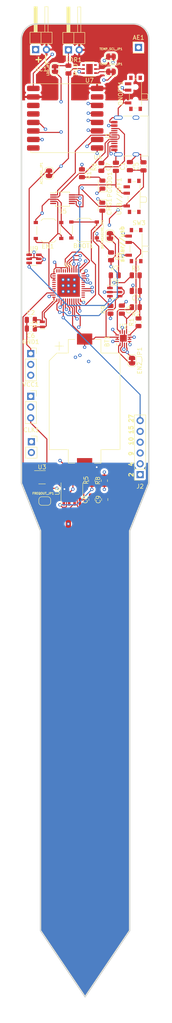
<source format=kicad_pcb>
(kicad_pcb (version 20221018) (generator pcbnew)
  (layers (0 "F.Cu" signal) (1 "In1.Cu" signal) (2 "In2.Cu" signal) (31 "B.Cu" signal) (34 "B.Paste" user) (35 "F.Paste" user) (36 "B.SilkS" user "B.Silkscreen") (37 "F.SilkS" user "F.Silkscreen") (38 "B.Mask" user) (39 "F.Mask" user) (44 "Edge.Cuts" user))
  (net 0 "")
  (net 1 "VCC")
  (net 7 "/EN")
  (net 8 "Net-(U1-IO32)")
  (net 9 "Net-(U1-IO33)")
  (net 10 "Net-(CHG1-A)")
  (net 11 "Net-(CHG1-K)")
  (net 12 "Net-(PGOOD1-K)")
  (net 13 "Net-(U1-IO0)")
  (net 21 "/GPIO_14")
  (net 22 "/GPIO_12")
  (net 23 "/GPIO_13")
  (net 24 "/GPIO_5")
  (net 25 "/RX")
  (net 26 "/TX")
  (net 31 "GND")
  (net 32 "Net-(U2-TS)")
  (net 33 "/GPIO_18")
  (net 34 "/GPIO_23")
  (net 35 "/GPIO_19")
  (net 36 "Net-(U2-ILIM)")
  (net 37 "Net-(SW3A-B)")
  (net 38 "Net-(U2-ISET)")
  (net 39 "/D+")
  (net 40 "/D-")
  (net 41 "/USB5V")
  (net 42 "Net-(J1-CC1)")
  (net 44 "Net-(J1-CC2)")
  (net 46 "Net-(SC1-+)")
  (net 47 "/GPIO_2")
  (net 48 "/GPIO_4")
  (net 49 "/GPIO_9")
  (net 50 "/GPIO_10")
  (net 51 "/GPIO_15")
  (net 53 "Net-(AE1-A)")
  (net 56 "/GPIO_21")
  (net 57 "/GPIO_22")
  (net 59 "Net-(ACC_RAIL_JP1-B)")
  (net 60 "/GPIO_27")
  (net 61 "Net-(BATTMEASURE_JP1-B)")
  (net 62 "Net-(ONOFF1A-B)")
  (net 64 "PROBE")
  (net 65 "Net-(U6-CV)")
  (net 66 "Net-(U6-DIS)")
  (net 67 "FREQOUT")
  (net 74 "Net-(U5-V3)")
  (net 75 "A_VCC")
  (net 76 "ACCESSORY_SW")
  (net 77 "BATT_MEASURE")
  (net 78 "LDR_MEASURE")
  (net 80 "Net-(FREQOUT_JP1-B)")
  (net 81 "Net-(LDO_JP1-B)")
  (net 82 "Net-(TEMP_SCL_JP1-A)")
  (net 83 "Net-(TEMP_SDA_JP1-A)")
  (net 84 "Net-(U3-EN)")
  (net 85 "Net-(EN2_JP1-B)")
  (net 86 "Net-(PGOOD1-A)")
  (net 87 "Net-(U8-OUT)")
  (footprint "Connector_PinSocket_2.54mm:PinSocket_1x06_P2.54mm_Vertical" (layer "F.Cu") (at 67.945 117.729 180)
    (fp_text reference "J2")
    (fp_text value "Conn_01x06_Socket")
  )
  (footprint "Package_SO:MSOP-10_3x3mm_P0.5mm" (layer "F.Cu") (at 49.657 52.959)
    (fp_text reference "U5")
    (fp_text value "CH340E")
  )
  (footprint "Capacitor_SMD:C_0805_2012Metric" (layer "F.Cu") (at 63.627 78.933 -90)
    (fp_text reference "C4")
    (fp_text value "1u")
  )
  (footprint "Capacitor_SMD:C_0805_2012Metric" (layer "F.Cu") (at 68.73 45.239 90)
    (fp_text reference "C5")
    (fp_text value "10u")
  )
  (footprint "Jumper:SolderJumper-2_P1.3mm_Bridged_RoundedPad1.0x1.5mm" (layer "F.Cu") (at 60.833 61.595 90)
    (fp_text reference "BATTMEASURE_JP1")
    (fp_text value "SolderJumper_2_Bridged")
  )
  (footprint "Capacitor_SMD:C_0805_2012Metric" (layer "F.Cu") (at 62.23 45.339 90)
    (fp_text reference "C7")
    (fp_text value "100nF")
  )
  (footprint "Package_TO_SOT_SMD:SOT-23-6" (layer "F.Cu") (at 42.9315 66.99)
    (fp_text reference "U9")
    (fp_text value "AP2281-1WG-7" hide)
  )
  (footprint "Button_Switch_SMD:SW_Push_1P1T_XKB_TS-1187A" (layer "F.Cu") (at 54.737 60.198)
    (fp_text reference "BOOT1")
    (fp_text value "SW_Push")
  )
  (footprint "Battery:BatteryHolder_Keystone_1060_1x2032" (layer "F.Cu") (at 54.864 100.502 -90)
    (fp_text reference "BT1")
    (fp_text value "Battery_Cell")
  )
  (footprint "Connector_PinSocket_2.54mm:PinSocket_1x02_P2.54mm_Vertical" (layer "F.Cu") (at 42.316 110.002)
    (fp_text reference "CLK1")
    (fp_text value "Conn_01x02_Pin")
  )
  (footprint "Connector_PinHeader_2.54mm:PinHeader_1x01_P2.54mm_Vertical" (layer "F.Cu") (at 67.564 17.272)
    (fp_text reference "AE1")
    (fp_text value "T1-915M Antenna")
  )
  (footprint "Package_DFN_QFN:VQFN-16-1EP_3x3mm_P0.5mm_EP1.6x1.6mm" (layer "F.Cu") (at 63.995 85.6625)
    (fp_text reference "U2")
    (fp_text value "BQ24075RGT")
  )
  (footprint "Resistor_SMD:R_0805_2012Metric" (layer "F.Cu") (at 66.929 78.359 180)
    (fp_text reference "R2")
    (fp_text value "8.2")
  )
  (footprint "Capacitor_SMD:C_0805_2012Metric" (layer "F.Cu") (at 59.605 123.6 90)
    (fp_text reference "C9")
    (fp_text value "100n")
  )
  (footprint "Capacitor_SMD:C_0805_2012Metric" (layer "F.Cu") (at 56.595 123.6 90)
    (fp_text reference "C8")
    (fp_text value "10n")
  )
  (footprint "Package_TO_SOT_SMD:SOT-23-6" (layer "F.Cu") (at 61.9705 74.803)
    (fp_text reference "U8")
    (fp_text value "AP2281-1WG-7" hide)
  )
  (footprint "Button_Switch_SMD:SW_SPDT_PCM12" (layer "F.Cu") (at 66.548 28.067 90)
    (fp_text reference "ONOFF1")
    (fp_text value "SW_DPDT_x2")
  )
  (footprint "Package_DFN_QFN:QFN-48-1EP_7x7mm_P0.5mm_EP5.3x5.3mm" (layer "F.Cu") (at 51.085 73.26)
    (fp_text reference "U1")
    (fp_text value "ESP32-PICO-D4")
  )
  (footprint "Package_SON:Texas_PWSON-N6" (layer "F.Cu") (at 56.01 22.352 180)
    (fp_text reference "U7")
    (fp_text value "HDC1080")
  )
  (footprint "Resistor_SMD:R_0805_2012Metric" (layer "F.Cu") (at 60.96 78.9705 90)
    (fp_text reference "R9")
    (fp_text value "1k")
  )
  (footprint "Resistor_SMD:R_0805_2012Metric" (layer "F.Cu") (at 51.054 22.479 -90)
    (fp_text reference "R10")
    (fp_text value "360k")
  )
  (footprint "LED_SMD:LED_0805_2012Metric" (layer "F.Cu") (at 59.031 54.727 -90)
    (fp_text reference "CHG1")
    (fp_text value "LED")
  )
  (footprint "Resistor_SMD:R_0805_2012Metric" (layer "F.Cu") (at 54.229 46.863 -90)
    (fp_text reference "R11")
    (fp_text value "1k")
  )
  (footprint "Connector_PinHeader_2.54mm:PinHeader_1x02_P2.54mm_Horizontal" (layer "F.Cu") (at 51.049 17.837 90)
    (fp_text reference "LDR1")
    (fp_text value "R_Photo 50k-100k")
  )
  (footprint "Capacitor_SMD:C_0805_2012Metric" (layer "F.Cu") (at 42.183 81.34)
    (fp_text reference "C2")
    (fp_text value "12pF/50V")
  )
  (footprint "Connector_PinSocket_2.54mm:PinSocket_1x03_P2.54mm_Vertical" (layer "F.Cu") (at 42.164 89.281)
    (fp_text reference "GND1")
    (fp_text value "Conn_01x03_Pin")
  )
  (footprint "Connector_PinSocket_2.54mm:PinSocket_1x03_P2.54mm_Vertical" (layer "F.Cu") (at 42.164 99.314)
    (fp_text reference "VCC1")
    (fp_text value "Conn_01x03_Pin")
  )
  (footprint "Jumper:SolderJumper-2_P1.3mm_Bridged_RoundedPad1.0x1.5mm" (layer "F.Cu") (at 61.072 22.981)
    (fp_text reference "TEMP_SDA_JP1")
    (fp_text value "SolderJumper_2_Bridged" hide)
  )
  (footprint "Button_Switch_SMD:SW_SPDT_PCM12" (layer "F.Cu") (at 66.218 52.3 90)
    (fp_text reference "USB//OFF1")
    (fp_text value "SW_DPDT_x2")
  )
  (footprint "Jumper:SolderJumper-2_P1.3mm_Bridged_RoundedPad1.0x1.5mm" (layer "F.Cu") (at 45.466 123.952)
    (fp_text reference "FREQOUT_JP1")
    (fp_text value "SolderJumper_2_Bridged")
  )
  (footprint "Crystal:Crystal_SMD_MicroCrystal_CM9V-T1A-2Pin_1.6x1.0mm" (layer "F.Cu") (at 44.895 82.4 90)
    (fp_text reference "Y2")
    (fp_text value "32.768kHz")
  )
  (footprint "Resistor_SMD:R_0805_2012Metric" (layer "F.Cu") (at 61.9525 70.866)
    (fp_text reference "R7")
    (fp_text value "820k")
  )
  (footprint "Jumper:SolderJumper-2_P1.3mm_Bridged_RoundedPad1.0x1.5mm" (layer "F.Cu") (at 47.879 22.352 90)
    (fp_text reference "LDO_JP1")
    (fp_text value "SolderJumper_2_Bridged" hide)
  )
  (footprint "Button_Switch_SMD:SW_Push_1P1T_XKB_TS-1187A" (layer "F.Cu") (at 46.355 60.325)
    (fp_text reference "EN1")
    (fp_text value "SW_Push")
  )
  (footprint "Jumper:SolderJumper-2_P1.3mm_Bridged_RoundedPad1.0x1.5mm" (layer "F.Cu") (at 61.072 19.431)
    (fp_text reference "TEMP_SCL_JP1")
    (fp_text value "SolderJumper_2_Bridged" hide)
  )
  (footprint "LED_SMD:LED_0805_2012Metric" (layer "F.Cu") (at 59.055 49.53 90)
    (fp_text reference "PGOOD1")
    (fp_text value "LED")
  )
  (footprint "Capacitor_SMD:C_0805_2012Metric" (layer "F.Cu") (at 66.929 74.549 180)
    (fp_text reference "C3")
    (fp_text value "4.7u")
  )
  (footprint "Package_SO:SOIC-8_3.9x4.9mm_P1.27mm" (layer "F.Cu") (at 51.865 121.6 90)
    (fp_text reference "U6")
    (fp_text value "TLC555xD")
  )
  (footprint "Resistor_SMD:R_0805_2012Metric" (layer "F.Cu") (at 59.515 119.17 90)
    (fp_text reference "R8")
    (fp_text value "1M")
  )
  (footprint "Jumper:SolderJumper-2_P1.3mm_Bridged_RoundedPad1.0x1.5mm" (layer "F.Cu") (at 46.482 46.863 90)
    (fp_text reference "ACC_RAIL_JP1")
    (fp_text value "SolderJumper_2_Bridged")
  )
  (footprint "Capacitor_SMD:C_0805_2012Metric" (layer "F.Cu") (at 65.53 45.189 90)
    (fp_text reference "C1")
    (fp_text value ".1u")
  )
  (footprint "Resistor_SMD:R_0805_2012Metric" (layer "F.Cu") (at 67.564 81.8915 90)
    (fp_text reference "R1")
    (fp_text value "7.5k")
  )
  (footprint "Connector_USB:USB_C_Receptacle_HRO_TYPE-C-31-M-12" (layer "F.Cu") (at 65.913 38.1 90)
    (fp_text reference "J1")
    (fp_text value "USB_C_Receptacle")
  )
  (footprint "Resistor_SMD:R_0805_2012Metric" (layer "F.Cu") (at 61.087 66.3975 -90)
    (fp_text reference "R4")
    (fp_text value "270k")
  )
  (footprint "Connector_PinHeader_2.54mm:PinHeader_1x02_P2.54mm_Horizontal" (layer "F.Cu") (at 43.32 17.779 90)
    (fp_text reference "SC1")
    (fp_text value "Solar_Cell")
  )
  (footprint "Package_TO_SOT_SMD:SOT-23-5" (layer "F.Cu") (at 44.831 118.364)
    (fp_text reference "U3")
    (fp_text value "TLV73333PDBV")
  )
  (footprint "Jumper:SolderJumper-2_P1.3mm_Bridged_RoundedPad1.0x1.5mm" (layer "F.Cu") (at 66.04 90.932 -90)
    (fp_text reference "EN2_JP1")
    (fp_text value "SolderJumper_2_Bridged" hide)
  )
  (footprint "Resistor_SMD:R_0805_2012Metric" (layer "F.Cu") (at 58.801 45.3625 90)
    (fp_text reference "R6")
    (fp_text value "5.1k")
  )
  (footprint "Capacitor_SMD:C_0805_2012Metric" (layer "F.Cu") (at 42.183 83.39 180)
    (fp_text reference "C6")
    (fp_text value "12pF/50V")
  )
  (footprint "RF_Module:HOPERF_RFM9XW_SMD" (layer "F.Cu") (at 50.292 33.909 180)
    (fp_text reference "U4")
    (fp_text value "RFM95W-915S2")
  )
  (footprint "Resistor_SMD:R_0805_2012Metric" (layer "F.Cu") (at 66.9055 70.866)
    (fp_text reference "R3")
    (fp_text value "10k")
  )
  (footprint "Button_Switch_SMD:SW_SPDT_PCM12" (layer "F.Cu") (at 66.675 63.881 90)
    (fp_text reference "SW3")
    (fp_text value "SW_DPDT_x2")
  )
  (footprint "Resistor_SMD:R_0805_2012Metric" (layer "F.Cu") (at 56.565 119.17 90)
    (fp_text reference "R5")
    (fp_text value "10k")
  )
  (gr_line (start 44.477 224.963778) (end 44.477 130.963778) (stroke (width 0.35)) (layer "Edge.Cuts"))
  (gr_line (start 65.477 224.963778) (end 54.977 240.529864) (stroke (width 0.35)) (layer "Edge.Cuts"))
  (gr_line (start 39.977 119.733926) (end 44.477 130.963778) (stroke (width 0.35)) (layer "Edge.Cuts"))
  (gr_line (start 65.477 130.963778) (end 69.977 119.733926) (stroke (width 0.35)) (layer "Edge.Cuts"))
  (gr_line (start 43.637147 11.733926) (end 66.316853 11.733926) (stroke (width 0.35)) (layer "Edge.Cuts"))
  (gr_curve (pts (xy 66.316853 11.733926) (xy 68.338296 11.733926) (xy 69.977 13.37263) (xy 69.977 15.394073)) (stroke (width 0.35)) (layer "Edge.Cuts"))
  (gr_line (start 44.477 224.963778) (end 54.977 240.529864) (stroke (width 0.35)) (layer "Edge.Cuts"))
  (gr_curve (pts (xy 39.977 15.394073) (xy 39.977 13.37263) (xy 41.615703 11.733926) (xy 43.637147 11.733926)) (stroke (width 0.35)) (layer "Edge.Cuts"))
  (gr_line (start 69.977 15.394073) (end 69.977 119.733926) (stroke (width 0.35)) (layer "Edge.Cuts"))
  (gr_line (start 39.977 119.733926) (end 39.977 15.394073) (stroke (width 0.35)) (layer "Edge.Cuts"))
  (gr_line (start 65.477 130.963778) (end 65.477 224.963778) (stroke (width 0.35)) (layer "Edge.Cuts"))
  (gr_text "+|" (at 42.86 20.929) (layer "F.SilkS") (effects (font (size 1.524 1.524) (thickness 0.3048) bold) (justify left bottom)))
  (gr_text "solar//usb" (at 64.262 67.945 90) (layer "F.SilkS") (effects (font (size 1 1) (thickness 0.25) bold) (justify left bottom)))
  (gr_text "2  4  9  10 15 27" (at 66.421 118.394 90) (layer "F.SilkS") (effects (font (size 1 1) (thickness 0.25) bold) (justify left bottom)))
  (segment locked (start 51.7434 134.693) (end 52.2708 135.336) (width 1.27) (layer "F.Cu") (net 1))
  (segment (start 50.292 67.056) (end 51.943 65.405) (width 0.25) (layer "F.Cu") (net 1))
  (segment (start 48.0851 68.1016) (end 47.7749 67.7914) (width 0.25) (layer "F.Cu") (net 1))
  (segment (start 51.943 65.405) (end 54.015105 65.405) (width 0.25) (layer "F.Cu") (net 1))
  (segment (start 54.864 85.852) (end 55.829 85.852) (width 0.25) (layer "F.Cu") (net 1))
  (segment (start 56.0008 67.390695) (end 56.0008 67.556196) (width 0.25) (layer "F.Cu") (net 1))
  (segment (start 46.907 70.7333) (end 46.907 71.2364) (width 0.25) (layer "F.Cu") (net 1))
  (segment (start 56.0008 67.556196) (end 56.007 67.562396) (width 0.25) (layer "F.Cu") (net 1))
  (segment (start 59.9233 79.3152) (end 59.9233 85.4125) (width 0.25) (layer "F.Cu") (net 1))
  (segment (start 64.788 54.55) (end 63.7111 54.55) (width 0.25) (layer "F.Cu") (net 1))
  (segment (start 51.335 76.71) (end 51.335 77.8953) (width 0.25) (layer "F.Cu") (net 1))
  (segment locked (start 58.766 134.348) (end 58.5743 134.668) (width 1.27) (layer "F.Cu") (net 1))
  (segment locked (start 51.1101 133.164) (end 51.2112 133.568) (width 1.27) (layer "F.Cu") (net 1))
  (segment locked (start 58.5743 134.668) (end 58.3522 134.967) (width 1.27) (layer "F.Cu") (net 1))
  (segment locked (start 52.2708 135.336) (end 55.245 138.31) (width 1.27) (layer "F.Cu") (net 1))
  (segment (start 59.9233 85.4125) (end 57.4304 85.4125) (width 0.25) (layer "F.Cu") (net 1))
  (segment (start 65.53 46.139) (end 68.68 46.139) (width 0.25) (layer "F.Cu") (net 1))
  (segment (start 47.1806 71.51) (end 47.635 71.51) (width 0.25) (layer "F.Cu") (net 1))
  (segment (start 42.164 104.394) (end 42.164 105.5709) (width 0.25) (layer "F.Cu") (net 1))
  (segment (start 42.164 105.5709) (end 45.9685 109.3754) (width 0.25) (layer "F.Cu") (net 1))
  (segment (start 52.0318 82.6616) (end 55.2222 85.852) (width 0.25) (layer "F.Cu") (net 1))
  (segment (start 68.68 46.139) (end 68.73 46.189) (width 0.25) (layer "F.Cu") (net 1))
  (segment (start 63.7111 54.55) (end 63.6226 54.6385) (width 0.25) (layer "F.Cu") (net 1))
  (segment (start 61.6209 78.9591) (end 60.2794 78.9591) (width 0.25) (layer "F.Cu") (net 1))
  (segment (start 63.108 75.753) (end 62.1154 76.7456) (width 0.25) (layer "F.Cu") (net 1))
  (segment (start 46.907 71.2364) (end 47.1806 71.51) (width 0.25) (layer "F.Cu") (net 1))
  (segment (start 45.059 66.6409) (end 45.059 67.1064) (width 0.25) (layer "F.Cu") (net 1))
  (segment (start 44.4581 66.04) (end 45.059 66.6409) (width 0.25) (layer "F.Cu") (net 1))
  (segment (start 47.635 69.5062) (end 48.0851 69.0561) (width 0.25) (layer "F.Cu") (net 1))
  (segment (start 50.835 69.81) (end 50.835 69.0561) (width 0.25) (layer "F.Cu") (net 1))
  (segment (start 64.788 54.028) (end 64.788 54.55) (width 0.25) (layer "F.Cu") (net 1))
  (segment (start 44.069 66.04) (end 44.4581 66.04) (width 0.25) (layer "F.Cu") (net 1))
  (segment (start 55.2222 85.852) (end 55.829 85.852) (width 0.25) (layer "F.Cu") (net 1))
  (segment (start 47.1303 70.51) (end 46.907 70.7333) (width 0.25) (layer "F.Cu") (net 1))
  (segment (start 47.635 70.51) (end 47.1303 70.51) (width 0.25) (layer "F.Cu") (net 1))
  (segment (start 54.2452 50.6892) (end 54.2452 50.3219) (width 0.25) (layer "F.Cu") (net 1))
  (segment (start 48.0851 69.0561) (end 48.0851 68.1016) (width 0.25) (layer "F.Cu") (net 1))
  (segment (start 54.864 85.852) (end 54.864 87.7694) (width 0.25) (layer "F.Cu") (net 1))
  (segment locked (start 55.245 138.3) (end 55.245 138.31) (width 7) (layer "F.Cu") (net 1))
  (segment locked (start 59.2146 126.6) (end 59.2146 129.5785) (width 1.27) (layer "F.Cu") (net 1))
  (segment (start 50.835 69.0561) (end 50.292 68.5131) (width 0.25) (layer "F.Cu") (net 1))
  (segment (start 55.829 85.852) (end 56.9909 85.852) (width 0.25) (layer "F.Cu") (net 1))
  (segment locked (start 55.245 138.3) (end 55.245 138.1) (width 0.25) (layer "F.Cu") (net 1))
  (segment (start 63.5495 73.853) (end 64.1579 74.4614) (width 0.25) (layer "F.Cu") (net 1))
  (segment (start 64.1579 75.1065) (end 63.5114 75.753) (width 0.25) (layer "F.Cu") (net 1))
  (segment locked (start 59.2146 132.557) (end 59.1963 132.929) (width 1.27) (layer "F.Cu") (net 1))
  (segment (start 44.4626 67.94) (end 44.069 67.94) (width 0.25) (layer "F.Cu") (net 1))
  (segment locked (start 51.3514 133.96) (end 51.5294 134.336) (width 1.27) (layer "F.Cu") (net 1))
  (segment (start 44.0392 34.909) (end 45.6422 36.512) (width 0.25) (layer "F.Cu") (net 1))
  (segment (start 57.4304 85.4125) (end 56.9909 85.852) (width 0.25) (layer "F.Cu") (net 1))
  (segment (start 50.835 69.0561) (end 49.335 69.0561) (width 0.25) (layer "F.Cu") (net 1))
  (segment locked (start 59.1963 132.929) (end 59.1416 133.298) (width 1.27) (layer "F.Cu") (net 1))
  (segment locked (start 58.3522 134.967) (end 58.1018 135.243) (width 1.27) (layer "F.Cu") (net 1))
  (segment locked (start 59.2146 129.5785) (end 59.605 129.1881) (width 0.25) (layer "F.Cu") (net 1))
  (segment locked (start 51.1795 127.1) (end 51.0286 127.1) (width 0.25) (layer "F.Cu") (net 1))
  (segment (start 47.635 71.51) (end 47.635 72.01) (width 0.25) (layer "F.Cu") (net 1))
  (segment (start 62.1154 76.7456) (end 62.1154 78.4646) (width 0.25) (layer "F.Cu") (net 1))
  (segment (start 45.059 67.1064) (end 45.059 67.3436) (width 0.25) (layer "F.Cu") (net 1))
  (segment (start 63.108 73.853) (end 63.5495 73.853) (width 0.25) (layer "F.Cu") (net 1))
  (segment (start 68.73 46.189) (end 68.73 50.086) (width 0.25) (layer "F.Cu") (net 1))
  (segment (start 58.1945 54.6385) (end 54.2452 50.6892) (width 0.25) (layer "F.Cu") (net 1))
  (segment locked (start 58.1018 135.243) (end 55.245 138.1) (width 1.27) (layer "F.Cu") (net 1))
  (segment locked (start 58.9254 134.011) (end 58.766 134.348) (width 1.27) (layer "F.Cu") (net 1))
  (segment (start 49.335 69.81) (end 49.335 69.0561) (width 0.25) (layer "F.Cu") (net 1))
  (segment locked (start 51.049 132.753) (end 51.1101 133.164) (width 1.27) (layer "F.Cu") (net 1))
  (segment (start 63.6226 54.6385) (end 58.1945 54.6385) (width 0.25) (layer "F.Cu") (net 1))
  (segment (start 62.5575 85.9125) (end 62.5575 85.4125) (width 0.25) (layer "F.Cu") (net 1))
  (segment locked (start 51.0286 132.337) (end 51.049 132.753) (width 1.27) (layer "F.Cu") (net 1))
  (segment (start 51.335 77.8953) (end 52.0318 78.5921) (width 0.25) (layer "F.Cu") (net 1))
  (segment (start 64.1579 74.4614) (end 64.1579 75.1065) (width 0.25) (layer "F.Cu") (net 1))
  (segment (start 45.059 67.1064) (end 45.3486 67.1064) (width 0.25) (layer "F.Cu") (net 1))
  (segment (start 42.767 34.909) (end 44.0392 34.909) (width 0.25) (layer "F.Cu") (net 1))
  (segment (start 54.015105 65.405) (end 56.0008 67.390695) (width 0.25) (layer "F.Cu") (net 1))
  (segment (start 50.292 68.5131) (end 50.292 67.056) (width 0.25) (layer "F.Cu") (net 1))
  (segment locked (start 51.0286 127.1) (end 51.0286 132.337) (width 1.27) (layer "F.Cu") (net 1))
  (segment (start 45.059 67.3436) (end 44.4626 67.94) (width 0.25) (layer "F.Cu") (net 1))
  (segment (start 62.5575 85.4125) (end 59.9233 85.4125) (width 0.25) (layer "F.Cu") (net 1))
  (segment (start 45.9685 109.3754) (end 45.9685 117.414) (width 0.25) (layer "F.Cu") (net 1))
  (segment (start 47.635 70.51) (end 47.635 69.5062) (width 0.25) (layer "F.Cu") (net 1))
  (segment locked (start 59.1416 133.298) (end 59.051 133.66) (width 1.27) (layer "F.Cu") (net 1))
  (segment locked (start 51.5294 134.336) (end 51.7434 134.693) (width 1.27) (layer "F.Cu") (net 1))
  (segment locked (start 51.0286 127.1) (end 50.595 126.6664) (width 0.25) (layer "F.Cu") (net 1))
  (segment locked (start 51.2112 133.568) (end 51.3514 133.96) (width 1.27) (layer "F.Cu") (net 1))
  (segment (start 56.007 67.562396) (end 56.007 67.638) (width 0.25) (layer "F.Cu") (net 1))
  (segment locked (start 59.051 133.66) (end 58.9254 134.011) (width 1.27) (layer "F.Cu") (net 1))
  (segment locked (start 55.245 138.31) (end 55.245 221.1) (width 7) (layer "F.Cu") (net 1))
  (segment (start 63.5114 75.753) (end 63.108 75.753) (width 0.25) (layer "F.Cu") (net 1))
  (segment (start 48.0851 69.0561) (end 49.335 69.0561) (width 0.25) (layer "F.Cu") (net 1))
  (segment (start 60.2794 78.9591) (end 59.9233 79.3152) (width 0.25) (layer "F.Cu") (net 1))
  (segment locked (start 59.2146 129.5785) (end 59.2146 132.557) (width 1.27) (layer "F.Cu") (net 1))
  (segment (start 68.73 50.086) (end 64.788 54.028) (width 0.25) (layer "F.Cu") (net 1))
  (segment (start 62.1154 78.4646) (end 61.6209 78.9591) (width 0.25) (layer "F.Cu") (net 1))
  (segment (start 56.007 67.638) (end 53.835 69.81) (width 0.25) (layer "F.Cu") (net 1))
  (segment (start 52.0318 78.5921) (end 52.0318 82.6616) (width 0.25) (layer "F.Cu") (net 1))
  (via (at 45.6422 36.512) (size 0.8) (drill 0.4) (layers "F.Cu" "B.Cu") (net 1))
  (via (at 54.864 87.7694) (size 0.8) (drill 0.4) (layers "F.Cu" "B.Cu") (net 1))
  (via (at 51.0286 129.3279) (size 0.8) (drill 0.4) (layers "F.Cu" "B.Cu") (net 1))
  (via (at 54.2452 50.3219) (size 0.8) (drill 0.4) (layers "F.Cu" "B.Cu") (net 1))
  (via (at 45.3486 67.1064) (size 0.8) (drill 0.4) (layers "F.Cu" "B.Cu") (net 1))
  (via (at 47.7749 67.7914) (size 0.8) (drill 0.4) (layers "F.Cu" "B.Cu") (net 1))
  (segment (start 49.355 61.4981) (end 48.9415 61.0846) (width 0.25) (layer "F.Cu") (net 7))
  (segment (start 43.6124 63.1593) (end 43.355 62.9019) (width 0.25) (layer "F.Cu") (net 7))
  (segment (start 46.4534 63.1593) (end 43.6124 63.1593) (width 0.25) (layer "F.Cu") (net 7))
  (segment (start 43.355 62.2) (end 43.355 62.9019) (width 0.25) (layer "F.Cu") (net 7))
  (segment (start 48.2693 53.459) (end 47.457 53.459) (width 0.25) (layer "F.Cu") (net 7))
  (segment (start 47.635 74.51) (end 47.1803 74.51) (width 0.25) (layer "F.Cu") (net 7))
  (segment (start 49.355 62.2) (end 49.355 61.4981) (width 0.25) (layer "F.Cu") (net 7))
  (segment (start 48.9415 61.0846) (end 48.5281 61.0846) (width 0.25) (layer "F.Cu") (net 7))
  (segment (start 47.1803 74.51) (end 46.4534 73.7831) (width 0.25) (layer "F.Cu") (net 7))
  (segment (start 46.4534 63.1593) (end 48.5281 61.0846) (width 0.25) (layer "F.Cu") (net 7))
  (segment (start 48.5281 53.7178) (end 48.2693 53.459) (width 0.25) (layer "F.Cu") (net 7))
  (segment (start 46.4534 73.7831) (end 46.4534 63.1593) (width 0.25) (layer "F.Cu") (net 7))
  (segment (start 48.5281 61.0846) (end 48.5281 53.7178) (width 0.25) (layer "F.Cu") (net 7))
  (segment locked (start 44.895 79.5136) (end 47.635 76.7736) (width 0.25) (layer "F.Cu") (net 8))
  (segment locked (start 47.635 76.7736) (end 47.635 76.01) (width 0.25) (layer "F.Cu") (net 8))
  (segment locked (start 43.133 81.34) (end 44.435 81.34) (width 0.25) (layer "F.Cu") (net 8))
  (segment locked (start 44.435 81.34) (end 44.895 81.8) (width 0.25) (layer "F.Cu") (net 8))
  (segment locked (start 44.895 81.8) (end 44.895 79.5136) (width 0.25) (layer "F.Cu") (net 8))
  (segment locked (start 44.895 83) (end 45.57 83) (width 0.25) (layer "F.Cu") (net 9))
  (segment locked (start 45.57 83) (end 45.82 82.75) (width 0.25) (layer "F.Cu") (net 9))
  (segment locked (start 45.82 81.175) (end 45.345 80.7) (width 0.25) (layer "F.Cu") (net 9))
  (segment locked (start 45.345 80.7) (end 45.345 79.7) (width 0.25) (layer "F.Cu") (net 9))
  (segment locked (start 45.82 82.75) (end 45.82 81.175) (width 0.25) (layer "F.Cu") (net 9))
  (segment locked (start 45.345 79.7) (end 48.335 76.71) (width 0.25) (layer "F.Cu") (net 9))
  (segment (start 43.133 83.39) (end 43.523 83) (width 0.25) (layer "F.Cu") (net 9))
  (segment locked (start 44.895 83) (end 43.523 83) (width 0.25) (layer "F.Cu") (net 9))
  (segment (start 58.188 75.286) (end 58.188 64.0602) (width 0.25) (layer "F.Cu") (net 10))
  (segment (start 58.188 64.0602) (end 56.9027 62.7749) (width 0.25) (layer "F.Cu") (net 10))
  (segment (start 60.96 78.058) (end 58.188 75.286) (width 0.25) (layer "F.Cu") (net 10))
  (segment (start 56.9027 60.883) (end 59.031 58.7547) (width 0.25) (layer "F.Cu") (net 10))
  (segment (start 56.9027 62.7749) (end 56.9027 60.883) (width 0.25) (layer "F.Cu") (net 10))
  (segment (start 59.031 58.7547) (end 59.031 55.6645) (width 0.25) (layer "F.Cu") (net 10))
  (segment (start 65.5477 87.15) (end 65.4325 87.0348) (width 0.25) (layer "F.Cu") (net 11))
  (segment (start 65.4325 87.0348) (end 65.4325 86.4125) (width 0.25) (layer "F.Cu") (net 11))
  (segment (start 59.031 53.7895) (end 58.1428 52.9013) (width 0.25) (layer "F.Cu") (net 11))
  (segment (start 58.1428 52.9013) (end 57.9922 52.9013) (width 0.25) (layer "F.Cu") (net 11))
  (via (at 57.9922 52.9013) (size 0.8) (drill 0.4) (layers "F.Cu" "B.Cu") (net 11))
  (via (at 65.5477 87.15) (size 0.8) (drill 0.4) (layers "F.Cu" "B.Cu") (net 11))
  (segment (start 59.055 50.4675) (end 57.9603 51.5622) (width 0.25) (layer "F.Cu") (net 12))
  (segment (start 57.9603 51.5622) (end 57.7523 51.5622) (width 0.25) (layer "F.Cu") (net 12))
  (segment (start 64.245 87.1) (end 64.245 88.1331) (width 0.25) (layer "F.Cu") (net 12))
  (segment (start 64.245 88.1331) (end 64.1215 88.2566) (width 0.25) (layer "F.Cu") (net 12))
  (via (at 64.1215 88.2566) (size 0.8) (drill 0.4) (layers "F.Cu" "B.Cu") (net 12))
  (via (at 57.7523 51.5622) (size 0.8) (drill 0.4) (layers "F.Cu" "B.Cu") (net 12))
  (segment (start 54.9273 77.9487) (end 57.4263 75.4497) (width 0.25) (layer "F.Cu") (net 13))
  (segment (start 57.4263 68.3453) (end 56.4508 67.3698) (width 0.25) (layer "F.Cu") (net 13))
  (segment (start 53.335 76.71) (end 53.335 77.2291) (width 0.25) (layer "F.Cu") (net 13))
  (segment (start 54.0546 77.9487) (end 54.9273 77.9487) (width 0.25) (layer "F.Cu") (net 13))
  (segment (start 56.4508 60.3111) (end 57.737 59.0249) (width 0.25) (layer "F.Cu") (net 13))
  (segment (start 56.4508 67.3698) (end 56.4508 60.3111) (width 0.25) (layer "F.Cu") (net 13))
  (segment (start 57.737 58.323) (end 57.737 59.0249) (width 0.25) (layer "F.Cu") (net 13))
  (segment (start 57.737 58.323) (end 51.737 58.323) (width 0.25) (layer "F.Cu") (net 13))
  (segment (start 57.4263 75.4497) (end 57.4263 68.3453) (width 0.25) (layer "F.Cu") (net 13))
  (segment (start 53.335 77.2291) (end 54.0546 77.9487) (width 0.25) (layer "F.Cu") (net 13))
  (segment (start 50.335 76.71) (end 50.335 78.6029) (width 0.25) (layer "F.Cu") (net 21))
  (segment (start 57.3656 30.4576) (end 55.7139 30.4576) (width 0.25) (layer "F.Cu") (net 21))
  (segment (start 50.335 78.6029) (end 50.5853 78.8532) (width 0.25) (layer "F.Cu") (net 21))
  (segment (start 57.817 30.909) (end 57.3656 30.4576) (width 0.25) (layer "F.Cu") (net 21))
  (via (at 50.5853 78.8532) (size 0.8) (drill 0.4) (layers "F.Cu" "B.Cu") (net 21))
  (via (at 55.7139 30.4576) (size 0.8) (drill 0.4) (layers "F.Cu" "B.Cu") (net 21))
  (segment (start 51.3548 79.5418) (end 51.2959 79.6007) (width 0.25) (layer "F.Cu") (net 22))
  (segment (start 51.3548 78.5543) (end 51.3548 79.5418) (width 0.25) (layer "F.Cu") (net 22))
  (segment (start 44.818 38.909) (end 44.8514 38.9424) (width 0.25) (layer "F.Cu") (net 22))
  (segment (start 50.835 78.0345) (end 51.3548 78.5543) (width 0.25) (layer "F.Cu") (net 22))
  (segment (start 50.835 76.71) (end 50.835 78.0345) (width 0.25) (layer "F.Cu") (net 22))
  (segment (start 42.767 38.909) (end 44.818 38.909) (width 0.25) (layer "F.Cu") (net 22))
  (via (at 44.8514 38.9424) (size 0.8) (drill 0.4) (layers "F.Cu" "B.Cu") (net 22))
  (via (at 51.2959 79.6007) (size 0.8) (drill 0.4) (layers "F.Cu" "B.Cu") (net 22))
  (segment (start 43.1169 37.2589) (end 49.2116 37.2589) (width 0.25) (layer "F.Cu") (net 23))
  (segment (start 49.2116 37.2589) (end 49.3215 37.149) (width 0.25) (layer "F.Cu") (net 23))
  (segment (start 52.4837 80.4979) (end 53.0841 81.0983) (width 0.25) (layer "F.Cu") (net 23))
  (segment (start 51.835 77.7541) (end 52.4837 78.4028) (width 0.25) (layer "F.Cu") (net 23))
  (segment (start 42.767 36.909) (end 43.1169 37.2589) (width 0.25) (layer "F.Cu") (net 23))
  (segment (start 51.835 76.71) (end 51.835 77.7541) (width 0.25) (layer "F.Cu") (net 23))
  (segment (start 52.4837 78.4028) (end 52.4837 80.4979) (width 0.25) (layer "F.Cu") (net 23))
  (via (at 49.3215 37.149) (size 0.8) (drill 0.4) (layers "F.Cu" "B.Cu") (net 23))
  (via (at 53.0841 81.0983) (size 0.8) (drill 0.4) (layers "F.Cu" "B.Cu") (net 23))
  (segment (start 54.535 71.51) (end 55.0914 71.51) (width 0.25) (layer "F.Cu") (net 24))
  (segment (start 55.0914 71.51) (end 55.5099 71.9285) (width 0.25) (layer "F.Cu") (net 24))
  (segment (start 57.6436 32.7356) (end 55.7345 32.7356) (width 0.25) (layer "F.Cu") (net 24))
  (segment (start 55.5099 71.9285) (end 55.5568 71.9285) (width 0.25) (layer "F.Cu") (net 24))
  (segment (start 57.817 32.909) (end 57.6436 32.7356) (width 0.25) (layer "F.Cu") (net 24))
  (via (at 55.5568 71.9285) (size 0.8) (drill 0.4) (layers "F.Cu" "B.Cu") (net 24))
  (via (at 55.7345 32.7356) (size 0.8) (drill 0.4) (layers "F.Cu" "B.Cu") (net 24))
  (segment (start 51.857 52.959) (end 52.993396 52.959) (width 0.25) (layer "F.Cu") (net 25))
  (segment (start 53.721 53.686604) (end 53.721 53.848) (width 0.25) (layer "F.Cu") (net 25))
  (segment (start 52.335 68.21) (end 52.324 68.199) (width 0.25) (layer "F.Cu") (net 25))
  (segment (start 52.335 69.81) (end 52.335 68.21) (width 0.25) (layer "F.Cu") (net 25))
  (segment (start 52.993396 52.959) (end 53.721 53.686604) (width 0.25) (layer "F.Cu") (net 25))
  (via (at 53.721 53.848) (size 0.8) (drill 0.4) (layers "F.Cu" "B.Cu") (net 25))
  (via (at 52.324 68.199) (size 0.8) (drill 0.4) (layers "F.Cu" "B.Cu") (net 25))
  (segment (start 52.324 66.675) (end 52.07 66.421) (width 0.25) (layer "B.Cu") (net 25))
  (segment (start 53.721 53.848) (end 53.721 64.77) (width 0.25) (layer "B.Cu") (net 25))
  (segment (start 53.721 64.77) (end 52.07 66.421) (width 0.25) (layer "B.Cu") (net 25))
  (segment (start 52.324 68.199) (end 52.324 66.675) (width 0.25) (layer "B.Cu") (net 25))
  (segment (start 51.192 67.935396) (end 51.192 68.140308) (width 0.25) (layer "F.Cu") (net 26))
  (segment (start 51.835 68.783308) (end 51.835 69.81) (width 0.25) (layer "F.Cu") (net 26))
  (segment (start 53.7585 52.6835) (end 53.534 52.459) (width 0.25) (layer "F.Cu") (net 26))
  (segment (start 53.534 52.459) (end 51.857 52.459) (width 0.25) (layer "F.Cu") (net 26))
  (segment (start 51.192 68.140308) (end 51.835 68.783308) (width 0.25) (layer "F.Cu") (net 26))
  (segment (start 51.904015 67.223381) (end 51.192 67.935396) (width 0.25) (layer "F.Cu") (net 26))
  (segment (start 53.764514 67.223381) (end 51.904015 67.223381) (width 0.25) (layer "F.Cu") (net 26))
  (via (at 53.764514 67.223381) (size 0.8) (drill 0.4) (layers "F.Cu" "B.Cu") (net 26))
  (via (at 53.7585 52.6835) (size 0.8) (drill 0.4) (layers "F.Cu" "B.Cu") (net 26))
  (segment (start 57.737 62.073) (end 57.737 61.0837) (width 0.25) (layer "F.Cu") (net 31))
  (segment (start 63.7254 77.983) (end 63.627 77.983) (width 0.25) (layer "F.Cu") (net 31))
  (segment (start 57.6466 122.65) (end 57.6466 115.9825) (width 0.25) (layer "F.Cu") (net 31))
  (segment (start 44.8567 56.2481) (end 44.8567 54.5324) (width 0.25) (layer "F.Cu") (net 31))
  (segment (start 57.817 40.909) (end 57.817 42.1677) (width 0.25) (layer "F.Cu") (net 31))
  (segment locked (start 48.8072 224.789) (end 48.7447 224.689) (width 4) (layer "F.Cu") (net 31))
  (segment (start 62.783 42.42) (end 61.868 41.505) (width 0.25) (layer "F.Cu") (net 31))
  (segment locked (start 52.8474 228.054) (end 52.3403 227.862) (width 4) (layer "F.Cu") (net 31))
  (segment locked (start 60.4079 226.388) (end 60.0013 226.746) (width 4) (layer "F.Cu") (net 31))
  (segment (start 65.118 30.317) (end 64.0411 30.317) (width 0.25) (layer "F.Cu") (net 31))
  (segment (start 67.349 42.42) (end 65.53 44.239) (width 0.25) (layer "F.Cu") (net 31))
  (segment locked (start 52.3403 227.862) (end 51.8483 227.634) (width 4) (layer "F.Cu") (net 31))
  (segment (start 63.745 85.9125) (end 63.745 87.1) (width 0.25) (layer "F.Cu") (net 31))
  (segment (start 57.6466 122.65) (end 59.605 122.65) (width 0.25) (layer "F.Cu") (net 31))
  (segment (start 63.995 85.6625) (end 63.745 85.9125) (width 0.25) (layer "F.Cu") (net 31))
  (segment (start 49.355 58.45) (end 49.355 59.1519) (width 0.25) (layer "F.Cu") (net 31))
  (segment locked (start 62.745 179.5845) (end 62.745 221.069) (width 4) (layer "F.Cu") (net 31))
  (segment locked (start 48.7447 224.689) (end 48.4913 224.21) (width 4) (layer "F.Cu") (net 31))
  (segment locked (start 50.9201 227.075) (end 50.4887 226.746) (width 4) (layer "F.Cu") (net 31))
  (segment locked (start 54.4331 228.403) (end 53.8966 228.325) (width 4) (layer "F.Cu") (net 31))
  (segment (start 68.0899 43.6489) (end 68.73 44.289) (width 0.25) (layer "F.Cu") (net 31))
  (segment locked (start 47.745 138.1) (end 47.3456 137.701) (width 2.54) (layer "F.Cu") (net 31))
  (segment (start 68.0899 42.42) (end 68.0899 43.6489) (width 0.25) (layer "F.Cu") (net 31))
  (segment locked (start 62.7165 221.61) (end 62.649 222.148) (width 4) (layer "F.Cu") (net 31))
  (segment locked (start 49.3519 225.587) (end 49.0321 225.149) (width 4) (layer "F.Cu") (net 31))
  (segment (start 44.855 56.2481) (end 44.8567 56.2481) (width 0.25) (layer "F.Cu") (net 31))
  (segment (start 61.087 65.485) (end 58.3769 62.7749) (width 0.25) (layer "F.Cu") (net 31))
  (segment (start 42.9315 65.4431) (end 42.9315 66.7153) (width 0.25) (layer "F.Cu") (net 31))
  (segment (start 61.868 34.85) (end 60.8161 34.85) (width 0.25) (layer "F.Cu") (net 31))
  (segment (start 60.706 57.531) (end 62.738 55.499) (width 0.25) (layer "F.Cu") (net 31))
  (segment locked (start 60.0013 226.746) (end 59.5699 227.075) (width 4) (layer "F.Cu") (net 31))
  (segment (start 62.23 42.973) (end 62.23 44.389) (width 0.25) (layer "F.Cu") (net 31))
  (segment (start 49.355 59.1519) (end 51.5742 61.3711) (width 0.25) (layer "F.Cu") (net 31))
  (segment (start 43.355 58.45) (end 43.355 57.7481) (width 0.25) (layer "F.Cu") (net 31))
  (segment locked (start 51.3741 227.371) (end 50.9201 227.075) (width 4) (layer "F.Cu") (net 31))
  (segment (start 64.745 88.987) (end 64.8484 88.8836) (width 0.25) (layer "F.Cu") (net 31))
  (segment (start 66.963 42.42) (end 67.349 42.42) (width 0.25) (layer "F.Cu") (net 31))
  (segment (start 64.245 84.225) (end 64.245 85.4125) (width 0.25) (layer "F.Cu") (net 31))
  (segment (start 63.745 87.5886) (end 63.3796 87.954) (width 0.25) (layer "F.Cu") (net 31))
  (segment locked (start 58.1497 227.862) (end 57.6426 228.054) (width 4) (layer "F.Cu") (net 31))
  (segment locked (start 47.9472 222.68) (end 47.841 222.148) (width 4) (layer "F.Cu") (net 31))
  (segment (start 61.4061 33.78) (end 60.8161 34.37) (width 0.25) (layer "F.Cu") (net 31))
  (segment locked (start 62.3985 223.203) (end 62.2168 223.714) (width 4) (layer "F.Cu") (net 31))
  (segment locked (start 56.0569 228.403) (end 55.5161 228.442) (width 4) (layer "F.Cu") (net 31))
  (segment locked (start 50.4887 226.746) (end 50.0821 226.388) (width 4) (layer "F.Cu") (net 31))
  (segment (start 60.7026 226.0867) (end 61.1381 225.6512) (width 0.25) (layer "F.Cu") (net 31))
  (segment (start 63.3796 87.954) (end 63.3796 88.545) (width 0.25) (layer "F.Cu") (net 31))
  (segment (start 57.6466 115.8077) (end 56.9909 115.152) (width 0.25) (layer "F.Cu") (net 31))
  (segment (start 67.5265 42.42) (end 67.349 42.42) (width 0.25) (layer "F.Cu") (net 31))
  (segment (start 49.6153 225.8972) (end 50.0821 226.364) (width 0.25) (layer "F.Cu") (net 31))
  (segment (start 42.164 88.1041) (end 41.233 87.1731) (width 0.25) (layer "F.Cu") (net 31))
  (segment (start 62.783 31.5751) (end 64.0411 30.317) (width 0.25) (layer "F.Cu") (net 31))
  (segment (start 62.783 33.78) (end 62.783 31.5751) (width 0.25) (layer "F.Cu") (net 31))
  (segment (start 58.293 22.352) (end 58.674 21.971) (width 0.25) (layer "F.Cu") (net 31))
  (segment locked (start 49.095 224.6092) (end 48.987 224.6092) (width 0.25) (layer "F.Cu") (net 31))
  (segment (start 42.0687 66.7153) (end 41.794 66.99) (width 0.25) (layer "F.Cu") (net 31))
  (segment (start 62.9159 130.7689) (end 62.9159 125.9609) (width 0.25) (layer "F.Cu") (net 31))
  (segment (start 64.8484 88.8836) (end 64.8484 87.9555) (width 0.25) (layer "F.Cu") (net 31))
  (segment locked (start 57.1229 228.208) (end 56.5934 228.325) (width 4) (layer "F.Cu") (net 31))
  (segment (start 63.3796 88.545) (end 63.8216 88.987) (width 0.25) (layer "F.Cu") (net 31))
  (segment (start 57.41 22.352) (end 58.293 22.352) (width 0.25) (layer "F.Cu") (net 31))
  (segment (start 67.879 76.4665) (end 67.8415 76.504) (width 0.25) (layer "F.Cu") (net 31))
  (segment (start 56.595 122.65) (end 57.6466 122.65) (width 0.25) (layer "F.Cu") (net 31))
  (segment (start 63.108 74.803) (end 60.833 74.803) (width 0.25) (layer "F.Cu") (net 31))
  (segment (start 67.5265 42.42) (end 68.0899 42.42) (width 0.25) (layer "F.Cu") (net 31))
  (segment locked (start 53.8966 228.325) (end 53.3671 228.208) (width 4) (layer "F.Cu") (net 31))
  (segment locked (start 59.1159 227.371) (end 58.6417 227.634) (width 4) (layer "F.Cu") (net 31))
  (segment (start 67.8415 80.7015) (end 67.564 80.979) (width 0.25) (layer "F.Cu") (net 31))
  (segment (start 42.164 89.281) (end 42.164 88.1041) (width 0.25) (layer "F.Cu") (net 31))
  (segment (start 58.3769 62.7749) (end 57.737 62.7749) (width 0.25) (layer "F.Cu") (net 31))
  (segment (start 47.0344 118.364) (end 43.6935 118.364) (width 0.25) (layer "F.Cu") (net 31))
  (segment (start 60.8161 34.37) (end 60.8161 34.85) (width 0.25) (layer "F.Cu") (net 31))
  (segment locked (start 60.4359 228.2661) (end 59.5699 227.4001) (width 0.25) (layer "F.Cu") (net 31))
  (segment locked (start 62.2168 223.714) (end 61.9987 224.21) (width 4) (layer "F.Cu") (net 31))
  (segment (start 44.069 66.99) (end 43.7943 66.7153) (width 0.25) (layer "F.Cu") (net 31))
  (segment locked (start 48.2732 223.714) (end 48.0915 223.203) (width 4) (layer "F.Cu") (net 31))
  (segment locked (start 47.745 221.069) (end 47.745 138.1) (width 4) (layer "F.Cu") (net 31))
  (segment (start 64.745 87.8521) (end 64.745 87.1) (width 0.25) (layer "F.Cu") (net 31))
  (segment (start 49.355 58.45) (end 49.355 57.7481) (width 0.25) (layer "F.Cu") (net 31))
  (segment (start 47.9705 52.959) (end 48.4839 52.959) (width 0.25) (layer "F.Cu") (net 31))
  (segment locked (start 61.9987 224.21) (end 61.7453 224.689) (width 4) (layer "F.Cu") (net 31))
  (segment (start 57.6466 115.9825) (end 57.6466 115.8077) (width 0.25) (layer "F.Cu") (net 31))
  (segment (start 49.96 121.2896) (end 47.0344 118.364) (width 0.25) (layer "F.Cu") (net 31))
  (segment (start 63.8216 88.987) (end 64.745 88.987) (width 0.25) (layer "F.Cu") (net 31))
  (segment (start 50.1088 121.1408) (end 49.96 121.2896) (width 0.25) (layer "F.Cu") (net 31))
  (segment (start 67.879 76.4665) (end 67.879 74.549) (width 0.25) (layer "F.Cu") (net 31))
  (segment (start 57.737 62.073) (end 57.737 62.7749) (width 0.25) (layer "F.Cu") (net 31))
  (segment (start 67.879 70.927) (end 67.879 74.549) (width 0.25) (layer "F.Cu") (net 31))
  (segment (start 64.8484 88.8836) (end 64.91 88.9452) (width 0.25) (layer "F.Cu") (net 31))
  (segment (start 62.5575 86.4125) (end 61.5074 86.4125) (width 0.25) (layer "F.Cu") (net 31))
  (segment locked (start 49.7026 226) (end 49.3519 225.587) (width 4) (layer "F.Cu") (net 31))
  (segment locked (start 47.841 222.148) (end 47.7735 221.61) (width 4) (layer "F.Cu") (net 31))
  (segment locked (start 51.8483 227.634) (end 51.3741 227.371) (width 4) (layer "F.Cu") (net 31))
  (segment (start 49.355 53.8301) (end 49.355 57.7481) (width 0.25) (layer "F.Cu") (net 31))
  (segment (start 57.708 115.9825) (end 57.6466 115.9825) (width 0.25) (layer "F.Cu") (net 31))
  (segment (start 67.818 70.866) (end 67.879 70.927) (width 0.25) (layer "F.Cu") (net 31))
  (segment locked (start 59.5699 227.4001) (end 59.5699 227.075) (width 0.25) (layer "F.Cu") (net 31))
  (segment locked (start 60.7874 226) (end 60.4079 226.388) (width 4) (layer "F.Cu") (net 31))
  (segment (start 67.8415 76.504) (end 67.8415 78.359) (width 0.25) (layer "F.Cu") (net 31))
  (segment locked (start 47.3456 137.701) (end 47.3456 139.606) (width 3.2) (layer "F.Cu") (net 31))
  (segment (start 51.737 62.073) (end 51.737 61.3711) (width 0.25) (layer "F.Cu") (net 31))
  (segment locked (start 54.9739 228.442) (end 54.4331 228.403) (width 4) (layer "F.Cu") (net 31))
  (segment (start 64.7141 29.0896) (end 64.0411 29.7626) (width 0.25) (layer "F.Cu") (net 31))
  (segment (start 50.0821 226.364) (end 50.0821 226.388) (width 0.25) (layer "F.Cu") (net 31))
  (segment (start 64.8484 87.9555) (end 64.745 87.8521) (width 0.25) (layer "F.Cu") (net 31))
  (segment locked (start 62.649 222.148) (end 62.5428 222.68) (width 4) (layer "F.Cu") (net 31))
  (segment locked (start 62.5428 222.68) (end 62.3985 223.203) (width 4) (layer "F.Cu") (net 31))
  (segment locked (start 47.7735 221.61) (end 47.745 221.069) (width 4) (layer "F.Cu") (net 31))
  (segment locked (start 62.745 138.1) (end 62.745 179.5845) (width 4) (layer "F.Cu") (net 31))
  (segment (start 41.233 83.39) (end 41.233 81.34) (width 0.25) (layer "F.Cu") (net 31))
  (segment locked (start 61.4579 225.149) (end 61.1381 225.587) (width 4) (layer "F.Cu") (net 31))
  (segment locked (start 59.5699 227.075) (end 59.1159 227.371) (width 4) (layer "F.Cu") (net 31))
  (segment locked (start 62.745 179.5845) (end 62.7165 179.613) (width 0.25) (layer "F.Cu") (net 31))
  (segment (start 60.833 74.803) (end 59.5524 74.803) (width 0.25) (layer "F.Cu") (net 31))
  (segment locked (start 58.6417 227.634) (end 58.1497 227.862) (width 4) (layer "F.Cu") (net 31))
  (segment locked (start 53.3671 228.208) (end 52.8474 228.054) (width 4) (layer "F.Cu") (net 31))
  (segment (start 44.8567 54.5324) (end 46.4301 52.959) (width 0.25) (layer "F.Cu") (net 31))
  (segment (start 43.355 57.7481) (end 44.855 56.2481) (width 0.25) (layer "F.Cu") (net 31))
  (segment (start 41.233 87.1731) (end 41.233 83.39) (width 0.25) (layer "F.Cu") (net 31))
  (segment (start 51.5742 61.3711) (end 51.737 61.3711) (width 0.25) (layer "F.Cu") (net 31))
  (segment locked (start 48.987 224.6092) (end 48.8072 224.789) (width 0.25) (layer "F.Cu") (net 31))
  (segment (start 61.1381 225.6512) (end 61.1381 225.587) (width 0.25) (layer "F.Cu") (net 31))
  (segment (start 60.706 59.055) (end 60.706 57.531) (width 0.25) (layer "F.Cu") (net 31))
  (segment locked (start 57.6426 228.054) (end 57.1229 228.208) (width 4) (layer "F.Cu") (net 31))
  (segment locked (start 48.4913 224.21) (end 48.2732 223.714) (width 4) (layer "F.Cu") (net 31))
  (segment locked (start 56.5934 228.325) (end 56.0569 228.403) (width 4) (layer "F.Cu") (net 31))
  (segment (start 62.9159 125.9609) (end 59.605 122.65) (width 0.25) (layer "F.Cu") (net 31))
  (segment (start 61.868 41.505) (end 61.868 41.35) (width 0.25) (layer "F.Cu") (net 31))
  (segment (start 67.8415 78.359) (end 67.8415 80.7015) (width 0.25) (layer "F.Cu") (net 31))
  (segment (start 49.96 121.2896) (end 49.96 124.075) (width 0.25) (layer "F.Cu") (net 31))
  (segment locked (start 62.7165 179.613) (end 62.7165 221.61) (width 0.25) (layer "F.Cu") (net 31))
  (segment (start 64.245 85.4125) (end 63.995 85.6625) (width 0.25) (layer "F.Cu") (net 31))
  (segment locked (start 47.3456 131.173) (end 47.3456 137.701) (width 3.2) (layer "F.Cu") (net 31))
  (segment (start 43.7943 66.7153) (end 42.9315 66.7153) (width 0.25) (layer "F.Cu") (net 31))
  (segment (start 64.0411 29.7626) (end 64.0411 30.317) (width 0.25) (layer "F.Cu") (net 31))
  (segment (start 48.4839 52.959) (end 49.355 53.8301) (width 0.25) (layer "F.Cu") (net 31))
  (segment (start 62.783 33.78) (end 61.4061 33.78) (width 0.25) (layer "F.Cu") (net 31))
  (segment (start 64.661 77.0474) (end 63.7254 77.983) (width 0.25) (layer "F.Cu") (net 31))
  (segment (start 65.118 29.0896) (end 64.7141 29.0896) (width 0.25) (layer "F.Cu") (net 31))
  (segment (start 62.783 42.42) (end 62.23 42.973) (width 0.25) (layer "F.Cu") (net 31))
  (segment locked (start 61.7453 224.689) (end 61.4579 225.149) (width 4) (layer "F.Cu") (net 31))
  (segment (start 54.864 115.152) (end 56.9909 115.152) (width 0.25) (layer "F.Cu") (net 31))
  (segment (start 42.9315 66.7153) (end 42.0687 66.7153) (width 0.25) (layer "F.Cu") (net 31))
  (segment (start 63.745 87.1) (end 63.745 87.5886) (width 0.25) (layer "F.Cu") (net 31))
  (segment locked (start 49.0321 225.149) (end 48.8072 224.789) (width 4) (layer "F.Cu") (net 31))
  (segment (start 47.9705 52.959) (end 47.457 52.959) (width 0.25) (layer "F.Cu") (net 31))
  (segment (start 47.457 52.959) (end 46.4301 52.959) (width 0.25) (layer "F.Cu") (net 31))
  (segment locked (start 47.3456 137.701) (end 47.3456 131.173) (width 2.54) (layer "F.Cu") (net 31))
  (segment locked (start 55.5161 228.442) (end 54.9739 228.442) (width 4) (layer "F.Cu") (net 31))
  (segment locked (start 48.0915 223.203) (end 47.9472 222.68) (width 4) (layer "F.Cu") (net 31))
  (segment (start 66.04 90.282) (end 64.745 88.987) (width 0.25) (layer "F.Cu") (net 31))
  (via (at 57.737 61.0837) (size 0.8) (drill 0.4) (layers "F.Cu" "B.Cu") (net 31))
  (via (at 61.5074 86.4125) (size 0.8) (drill 0.4) (layers "F.Cu" "B.Cu") (net 31))
  (via (at 57.708 115.9825) (size 0.8) (drill 0.4) (layers "F.Cu" "B.Cu") (net 31))
  (via (at 52.451 73.279) (size 0.8) (drill 0.4) (layers "F.Cu" "B.Cu") (net 31))
  (via (at 51.054 73.279) (size 0.8) (drill 0.4) (layers "F.Cu" "B.Cu") (net 31))
  (via (at 51.054 74.676) (size 0.8) (drill 0.4) (layers "F.Cu" "B.Cu") (net 31))
  (via (at 67.879 76.4665) (size 0.8) (drill 0.4) (layers "F.Cu" "B.Cu") (net 31))
  (via (at 44.8567 56.2481) (size 0.8) (drill 0.4) (layers "F.Cu" "B.Cu") (net 31))
  (via (at 49.784 71.882) (size 0.8) (drill 0.4) (layers "F.Cu" "B.Cu") (net 31))
  (via (at 59.5524 74.803) (size 0.8) (drill 0.4) (layers "F.Cu" "B.Cu") (net 31))
  (via (at 64.91 88.9452) (size 0.8) (drill 0.4) (layers "F.Cu" "B.Cu") (net 31))
  (via (at 42.9315 65.4431) (size 0.8) (drill 0.4) (layers "F.Cu" "B.Cu") (net 31))
  (via (at 52.451 74.676) (size 0.8) (drill 0.4) (layers "F.Cu" "B.Cu") (net 31))
  (via (at 52.451 71.882) (size 0.8) (drill 0.4) (layers "F.Cu" "B.Cu") (net 31))
  (via (at 60.706 59.055) (size 0.8) (drill 0.4) (layers "F.Cu" "B.Cu") (net 31))
  (via (at 51.054 71.882) (size 0.8) (drill 0.4) (layers "F.Cu" "B.Cu") (net 31))
  (via (at 49.784 74.676) (size 0.8) (drill 0.4) (layers "F.Cu" "B.Cu") (net 31))
  (via (at 49.784 73.279) (size 0.8) (drill 0.4) (layers "F.Cu" "B.Cu") (net 31))
  (via (at 62.738 55.499) (size 0.8) (drill 0.4) (layers "F.Cu" "B.Cu") (net 31))
  (via (at 64.661 77.0474) (size 0.8) (drill 0.4) (layers "F.Cu" "B.Cu") (net 31))
  (via (at 57.817 42.1677) (size 0.8) (drill 0.4) (layers "F.Cu" "B.Cu") (net 31))
  (via (at 50.1088 121.1408) (size 0.8) (drill 0.4) (layers "F.Cu" "B.Cu") (net 31))
  (segment (start 61.4819 83.8369) (end 61.4819 83.5949) (width 0.25) (layer "F.Cu") (net 32))
  (segment (start 62.5575 84.9125) (end 61.4819 83.8369) (width 0.25) (layer "F.Cu") (net 32))
  (segment (start 64.2694 72.5896) (end 61.7873 72.5896) (width 0.25) (layer "F.Cu") (net 32))
  (segment (start 65.993 70.866) (end 64.2694 72.5896) (width 0.25) (layer "F.Cu") (net 32))
  (via (at 61.4819 83.5949) (size 0.8) (drill 0.4) (layers "F.Cu" "B.Cu") (net 32))
  (via (at 61.7873 72.5896) (size 0.8) (drill 0.4) (layers "F.Cu" "B.Cu") (net 32))
  (segment (start 55.4555 71.01) (end 55.539 70.9265) (width 0.25) (layer "F.Cu") (net 33))
  (segment (start 54.535 71.01) (end 55.4555 71.01) (width 0.25) (layer "F.Cu") (net 33))
  (segment (start 55.715 34.4318) (end 57.3398 34.4318) (width 0.25) (layer "F.Cu") (net 33))
  (segment (start 57.3398 34.4318) (end 57.817 34.909) (width 0.25) (layer "F.Cu") (net 33))
  (via (at 55.715 34.4318) (size 0.8) (drill 0.4) (layers "F.Cu" "B.Cu") (net 33))
  (via (at 55.539 70.9265) (size 0.8) (drill 0.4) (layers "F.Cu" "B.Cu") (net 33))
  (segment (start 57.817 36.909) (end 55.9033 36.909) (width 0.25) (layer "F.Cu") (net 34))
  (segment (start 55.9033 36.909) (end 55.72 36.7257) (width 0.25) (layer "F.Cu") (net 34))
  (segment (start 55.2129 69.8321) (end 54.535 70.51) (width 0.25) (layer "F.Cu") (net 34))
  (via (at 55.2129 69.8321) (size 0.8) (drill 0.4) (layers "F.Cu" "B.Cu") (net 34))
  (via (at 55.72 36.7257) (size 0.8) (drill 0.4) (layers "F.Cu" "B.Cu") (net 34))
  (segment (start 53.335 69.361992) (end 53.335 69.81) (width 0.25) (layer "F.Cu") (net 35))
  (segment (start 57.817 38.909) (end 57.0494 38.909) (width 0.25) (layer "F.Cu") (net 35))
  (segment (start 53.851 69.085) (end 53.611992 69.085) (width 0.25) (layer "F.Cu") (net 35))
  (segment (start 53.611992 69.085) (end 53.335 69.361992) (width 0.25) (layer "F.Cu") (net 35))
  (segment (start 55.102954 67.517448) (end 55.102954 67.833046) (width 0.25) (layer "F.Cu") (net 35))
  (segment (start 57.0494 38.909) (end 55.4303 40.5281) (width 0.25) (layer "F.Cu") (net 35))
  (segment (start 55.102954 67.833046) (end 53.851 69.085) (width 0.25) (layer "F.Cu") (net 35))
  (via (at 55.102954 67.517448) (size 0.8) (drill 0.4) (layers "F.Cu" "B.Cu") (net 35))
  (via (at 55.4303 40.5281) (size 0.8) (drill 0.4) (layers "F.Cu" "B.Cu") (net 35))
  (segment (start 67.564 82.804) (end 65.4555 84.9125) (width 0.25) (layer "F.Cu") (net 36))
  (segment (start 65.4555 84.9125) (end 65.4325 84.9125) (width 0.25) (layer "F.Cu") (net 36))
  (segment (start 63.627 79.883) (end 64.745 81.001) (width 0.25) (layer "F.Cu") (net 37))
  (segment (start 66.2828 63.131) (end 65.245 63.131) (width 0.25) (layer "F.Cu") (net 37))
  (segment (start 64.745 81.001) (end 64.745 84.225) (width 0.25) (layer "F.Cu") (net 37))
  (segment (start 68.0561 64.9043) (end 66.2828 63.131) (width 0.25) (layer "F.Cu") (net 37))
  (segment (start 68.0561 65.8205) (end 68.0561 64.9043) (width 0.25) (layer "F.Cu") (net 37))
  (segment (start 64.745 81.001) (end 64.9423 81.001) (width 0.25) (layer "F.Cu") (net 37))
  (segment (start 66.9735 78.9698) (end 66.9735 66.9031) (width 0.25) (layer "F.Cu") (net 37))
  (segment (start 66.9735 66.9031) (end 68.0561 65.8205) (width 0.25) (layer "F.Cu") (net 37))
  (segment (start 64.9423 81.001) (end 66.9735 78.9698) (width 0.25) (layer "F.Cu") (net 37))
  (segment (start 63.245 84.225) (end 62.5658 83.5458) (width 0.25) (layer "F.Cu") (net 38))
  (segment (start 62.5658 79.3554) (end 62.9882 78.933) (width 0.25) (layer "F.Cu") (net 38))
  (segment (start 65.4425 78.933) (end 66.0165 78.359) (width 0.25) (layer "F.Cu") (net 38))
  (segment (start 62.5658 83.5458) (end 62.5658 79.3554) (width 0.25) (layer "F.Cu") (net 38))
  (segment (start 62.9882 78.933) (end 65.4425 78.933) (width 0.25) (layer "F.Cu") (net 38))
  (segment (start 56.3716 37.909) (end 52.6668 41.6138) (width 0.25) (layer "F.Cu") (net 39))
  (segment (start 61.868 38.35) (end 60.8161 38.35) (width 0.25) (layer "F.Cu") (net 39))
  (segment (start 60.8161 37.909) (end 56.3716 37.909) (width 0.25) (layer "F.Cu") (net 39))
  (segment (start 52.6668 46.7492) (end 48.4839 50.9321) (width 0.25) (layer "F.Cu") (net 39))
  (segment (start 60.8161 37.35) (end 60.8161 37.909) (width 0.25) (layer "F.Cu") (net 39))
  (segment (start 48.4839 50.9321) (end 48.4839 51.959) (width 0.25) (layer "F.Cu") (net 39))
  (segment (start 61.868 37.35) (end 60.8161 37.35) (width 0.25) (layer "F.Cu") (net 39))
  (segment (start 52.6668 41.6138) (end 52.6668 46.7492) (width 0.25) (layer "F.Cu") (net 39))
  (segment (start 60.8161 37.909) (end 60.8161 38.35) (width 0.25) (layer "F.Cu") (net 39))
  (segment (start 47.457 51.959) (end 48.4839 51.959) (width 0.25) (layer "F.Cu") (net 39))
  (segment (start 48.6352 52.459) (end 49.0142 52.08) (width 0.25) (layer "F.Cu") (net 40))
  (segment (start 62.843 37.85) (end 62.992 37.999) (width 0.2) (layer "F.Cu") (net 40))
  (segment (start 59.6923 41.954) (end 59.6923 39.7983) (width 0.25) (layer "F.Cu") (net 40))
  (segment (start 62.75 38.85) (end 61.868 38.85) (width 0.2) (layer "F.Cu") (net 40))
  (segment (start 57.494 44.1523) (end 59.6923 41.954) (width 0.25) (layer "F.Cu") (net 40))
  (segment (start 47.457 52.459) (end 48.6352 52.459) (width 0.25) (layer "F.Cu") (net 40))
  (segment (start 62.992 38.608) (end 62.75 38.85) (width 0.2) (layer "F.Cu") (net 40))
  (segment (start 59.6923 39.7983) (end 60.6406 38.85) (width 0.25) (layer "F.Cu") (net 40))
  (segment (start 62.992 37.999) (end 62.992 38.608) (width 0.2) (layer "F.Cu") (net 40))
  (segment (start 57.494 44.2295) (end 57.494 44.1523) (width 0.25) (layer "F.Cu") (net 40))
  (segment (start 61.868 37.85) (end 62.843 37.85) (width 0.2) (layer "F.Cu") (net 40))
  (segment (start 60.6406 38.85) (end 61.868 38.85) (width 0.25) (layer "F.Cu") (net 40))
  (segment (start 54.8605 46.863) (end 57.494 44.2295) (width 0.25) (layer "F.Cu") (net 40))
  (segment (start 49.0142 51.4482) (end 53.5994 46.863) (width 0.25) (layer "F.Cu") (net 40))
  (segment (start 49.0142 52.08) (end 49.0142 51.4482) (width 0.25) (layer "F.Cu") (net 40))
  (segment (start 53.5994 46.863) (end 54.8605 46.863) (width 0.25) (layer "F.Cu") (net 40))
  (segment (start 61.868 35.65) (end 60.5391 35.65) (width 0.25) (layer "F.Cu") (net 41))
  (segment (start 60.8176 40.9131) (end 60.8161 40.9146) (width 0.25) (layer "F.Cu") (net 41))
  (segment (start 65.245 61.631) (end 64.1681 61.631) (width 0.25) (layer "F.Cu") (net 41))
  (segment (start 60.8161 41.9617) (end 61.1111 42.2567) (width 0.25) (layer "F.Cu") (net 41))
  (segment (start 60.8161 40.55) (end 60.8161 40.7246) (width 0.25) (layer "F.Cu") (net 41))
  (segment (start 64.1681 61.631) (end 64.1681 61.1611) (width 0.25) (layer "F.Cu") (net 41))
  (segment (start 60.8176 40.726) (end 60.8176 40.9131) (width 0.25) (layer "F.Cu") (net 41))
  (segment (start 60.8162 40.7246) (end 60.8176 40.726) (width 0.25) (layer "F.Cu") (net 41))
  (segment (start 64.1681 61.1611) (end 63.9467 60.9397) (width 0.25) (layer "F.Cu") (net 41))
  (segment (start 61.868 40.55) (end 60.8161 40.55) (width 0.25) (layer "F.Cu") (net 41))
  (segment (start 60.8161 40.7246) (end 60.8162 40.7246) (width 0.25) (layer "F.Cu") (net 41))
  (segment (start 60.8161 40.9146) (end 60.8161 41.9617) (width 0.25) (layer "F.Cu") (net 41))
  (via (at 61.1111 42.2567) (size 0.8) (drill 0.4) (layers "F.Cu" "B.Cu") (net 41))
  (via (at 63.9467 60.9397) (size 0.8) (drill 0.4) (layers "F.Cu" "B.Cu") (net 41))
  (via (at 60.5391 35.65) (size 0.8) (drill 0.4) (layers "F.Cu" "B.Cu") (net 41))
  (segment (start 60.3642 39.8019) (end 60.8161 39.35) (width 0.25) (layer "F.Cu") (net 42))
  (segment (start 61.868 39.35) (end 60.8161 39.35) (width 0.25) (layer "F.Cu") (net 42))
  (segment (start 60.3642 42.8868) (end 60.3642 39.8019) (width 0.25) (layer "F.Cu") (net 42))
  (segment (start 58.801 44.45) (end 60.3642 42.8868) (width 0.25) (layer "F.Cu") (net 42))
  (segment (start 62.8695 45.339) (end 64.2549 43.9536) (width 0.25) (layer "F.Cu") (net 44))
  (segment (start 64.2549 37.685) (end 62.9199 36.35) (width 0.25) (layer "F.Cu") (net 44))
  (segment (start 58.801 46.275) (end 59.737 45.339) (width 0.25) (layer "F.Cu") (net 44))
  (segment (start 64.2549 43.9536) (end 64.2549 37.685) (width 0.25) (layer "F.Cu") (net 44))
  (segment (start 59.737 45.339) (end 62.8695 45.339) (width 0.25) (layer "F.Cu") (net 44))
  (segment (start 61.868 36.35) (end 62.9199 36.35) (width 0.25) (layer "F.Cu") (net 44))
  (segment (start 65.245 66.131) (end 64.1681 66.131) (width 0.25) (layer "F.Cu") (net 46))
  (segment (start 63.9967 66.3024) (end 63.8822 66.3024) (width 0.25) (layer "F.Cu") (net 46))
  (segment (start 64.1681 66.131) (end 63.9967 66.3024) (width 0.25) (layer "F.Cu") (net 46))
  (via (at 63.8822 66.3024) (size 0.8) (drill 0.4) (layers "F.Cu" "B.Cu") (net 46))
  (segment (start 53.7299 79.236) (end 53.73 79.236) (width 0.25) (layer "F.Cu") (net 47))
  (segment (start 53.7299 78.3708) (end 53.7299 79.236) (width 0.25) (layer "F.Cu") (net 47))
  (segment (start 52.835 77.4759) (end 53.7299 78.3708) (width 0.25) (layer "F.Cu") (net 47))
  (segment (start 52.835 76.71) (end 52.835 77.4759) (width 0.25) (layer "F.Cu") (net 47))
  (via (at 53.7549 89.6799) (size 0.8) (drill 0.4) (layers "F.Cu" "B.Cu") (net 47))
  (via (at 53.73 79.236) (size 0.8) (drill 0.4) (layers "F.Cu" "B.Cu") (net 47))
  (segment (start 53.835 76.71) (end 54.3299 77.2049) (width 0.25) (layer "F.Cu") (net 48))
  (segment (start 54.3299 77.2049) (end 54.5955 77.2049) (width 0.25) (layer "F.Cu") (net 48))
  (via (at 55.8072 91.1259) (size 0.8) (drill 0.4) (layers "F.Cu" "B.Cu") (net 48))
  (via (at 54.5955 77.2049) (size 0.8) (drill 0.4) (layers "F.Cu" "B.Cu") (net 48))
  (segment (start 54.535 74.51) (end 56.4718 74.51) (width 0.25) (layer "F.Cu") (net 49))
  (segment (start 56.4718 74.51) (end 56.6789 74.7171) (width 0.25) (layer "F.Cu") (net 49))
  (via (at 56.6789 74.7171) (size 0.8) (drill 0.4) (layers "F.Cu" "B.Cu") (net 49))
  (segment (start 56.3581 74.01) (end 54.535 74.01) (width 0.25) (layer "F.Cu") (net 50))
  (segment (start 56.653 73.7151) (end 56.3581 74.01) (width 0.25) (layer "F.Cu") (net 50))
  (via (at 56.653 73.7151) (size 0.8) (drill 0.4) (layers "F.Cu" "B.Cu") (net 50))
  (segment (start 52.9357 78.2157) (end 52.335 77.615) (width 0.25) (layer "F.Cu") (net 51))
  (segment (start 53.8203 80.3661) (end 52.9357 79.4815) (width 0.25) (layer "F.Cu") (net 51))
  (segment (start 53.4626 83.0645) (end 53.8203 82.7068) (width 0.25) (layer "F.Cu") (net 51))
  (segment (start 52.9357 79.4815) (end 52.9357 78.2157) (width 0.25) (layer "F.Cu") (net 51))
  (segment (start 53.8203 82.7068) (end 53.8203 80.3661) (width 0.25) (layer "F.Cu") (net 51))
  (segment (start 52.335 77.615) (end 52.335 76.71) (width 0.25) (layer "F.Cu") (net 51))
  (via (at 52.7015 90.1407) (size 0.8) (drill 0.4) (layers "F.Cu" "B.Cu") (net 51))
  (via (at 53.4626 83.0645) (size 0.8) (drill 0.4) (layers "F.Cu" "B.Cu") (net 51))
  (segment (start 42.767 23.3595) (end 47.2382 18.8883) (width 0.25) (layer "F.Cu") (net 53))
  (segment (start 42.767 26.909) (end 42.767 23.3595) (width 0.25) (layer "F.Cu") (net 53))
  (via (at 47.2382 18.8883) (size 0.8) (drill 0.4) (layers "F.Cu" "B.Cu") (net 53))
  (segment (start 61.722 23.5187) (end 60.2951 24.9456) (width 0.25) (layer "F.Cu") (net 56))
  (segment (start 53.8097 66.2249) (end 52.2661 66.2249) (width 0.25) (layer "F.Cu") (net 56))
  (segment (start 51.285 69.76) (end 51.335 69.81) (width 0.25) (layer "F.Cu") (net 56))
  (segment (start 51.285 68.869704) (end 51.285 69.76) (width 0.25) (layer "F.Cu") (net 56))
  (segment (start 61.722 22.981) (end 61.722 23.5187) (width 0.25) (layer "F.Cu") (net 56))
  (segment (start 60.2951 24.9456) (end 59.3914 24.9456) (width 0.25) (layer "F.Cu") (net 56))
  (segment (start 50.742 68.326704) (end 51.285 68.869704) (width 0.25) (layer "F.Cu") (net 56))
  (segment (start 50.742 67.749) (end 50.742 68.326704) (width 0.25) (layer "F.Cu") (net 56))
  (segment (start 52.2661 66.2249) (end 50.742 67.749) (width 0.25) (layer "F.Cu") (net 56))
  (via (at 53.8097 66.2249) (size 0.8) (drill 0.4) (layers "F.Cu" "B.Cu") (net 56))
  (via (at 59.3914 24.9456) (size 0.8) (drill 0.4) (layers "F.Cu" "B.Cu") (net 56))
  (segment (start 53.477287 68.180724) (end 52.835 68.823011) (width 0.25) (layer "F.Cu") (net 57))
  (segment (start 52.835 68.823011) (end 52.835 69.81) (width 0.25) (layer "F.Cu") (net 57))
  (segment (start 61.5523 20.8233) (end 61.722 20.6536) (width 0.25) (layer "F.Cu") (net 57))
  (segment (start 61.722 20.6536) (end 61.722 19.431) (width 0.25) (layer "F.Cu") (net 57))
  (via (at 61.5523 20.8233) (size 0.8) (drill 0.4) (layers "F.Cu" "B.Cu") (net 57))
  (via (at 56.219 72.6851) (size 0.8) (drill 0.4) (layers "F.Cu" "B.Cu") (net 57))
  (via (at 53.477287 68.180724) (size 0.8) (drill 0.4) (layers "F.Cu" "B.Cu") (net 57))
  (segment (start 53.477287 68.180724) (end 53.477287 70.907287) (width 0.25) (layer "B.Cu") (net 57))
  (segment (start 53.477287 70.907287) (end 55.2551 72.6851) (width 0.25) (layer "B.Cu") (net 57))
  (segment (start 55.2551 72.6851) (end 56.219 72.6851) (width 0.25) (layer "B.Cu") (net 57))
  (segment (start 41.794 66.04) (end 41.794 50.4773) (width 0.25) (layer "F.Cu") (net 59))
  (segment (start 46.0583 46.213) (end 46.482 46.213) (width 0.25) (layer "F.Cu") (net 59))
  (segment (start 41.794 50.4773) (end 46.0583 46.213) (width 0.25) (layer "F.Cu") (net 59))
  (segment (start 49.835 80.8187) (end 49.835 76.71) (width 0.25) (layer "F.Cu") (net 60))
  (via (at 49.835 80.8187) (size 0.8) (drill 0.4) (layers "F.Cu" "B.Cu") (net 60))
  (segment (start 67.945 98.9287) (end 49.835 80.8187) (width 0.25) (layer "B.Cu") (net 60))
  (segment (start 67.945 105.029) (end 67.945 98.9287) (width 0.25) (layer "B.Cu") (net 60))
  (segment (start 61.3104 60.945) (end 60.833 60.945) (width 0.25) (layer "F.Cu") (net 61))
  (segment (start 62.865 70.866) (end 62.865 62.4996) (width 0.25) (layer "F.Cu") (net 61))
  (segment (start 62.865 62.4996) (end 61.3104 60.945) (width 0.25) (layer "F.Cu") (net 61))
  (segment (start 63.745 84.225) (end 63.745 83.1548) (width 0.25) (layer "F.Cu") (net 62))
  (segment (start 64.0411 27.038) (end 64.0411 27.317) (width 0.25) (layer "F.Cu") (net 62))
  (segment (start 63.7443 26.7412) (end 64.0411 27.038) (width 0.25) (layer "F.Cu") (net 62))
  (segment (start 65.118 27.317) (end 64.0411 27.317) (width 0.25) (layer "F.Cu") (net 62))
  (via (at 63.745 83.1548) (size 0.8) (drill 0.4) (layers "F.Cu" "B.Cu") (net 62))
  (via (at 63.7443 26.7412) (size 0.8) (drill 0.4) (layers "F.Cu" "B.Cu") (net 62))
  (segment (start 51.5593 121.6875) (end 52.106 121.1408) (width 0.25) (layer "F.Cu") (net 64))
  (segment (start 59.515 117.1387) (end 59.515 118.2575) (width 0.25) (layer "F.Cu") (net 64))
  (segment (start 51.5593 123.7457) (end 51.5593 121.6875) (width 0.25) (layer "F.Cu") (net 64))
  (segment (start 52.106 121.1408) (end 52.106 119.519) (width 0.25) (layer "F.Cu") (net 64))
  (segment (start 51.23 124.075) (end 51.5593 123.7457) (width 0.25) (layer "F.Cu") (net 64))
  (segment (start 52.106 119.519) (end 52.5 119.125) (width 0.25) (layer "F.Cu") (net 64))
  (via (at 59.515 117.1387) (size 0.8) (drill 0.4) (layers "F.Cu" "B.Cu") (net 64))
  (via (at 52.106 121.1408) (size 0.8) (drill 0.4) (layers "F.Cu" "B.Cu") (net 64))
  (segment (start 53.135 125.1028) (end 53.135 119.76) (width 0.25) (layer "F.Cu") (net 65))
  (segment (start 53.135 119.76) (end 53.77 119.125) (width 0.25) (layer "F.Cu") (net 65))
  (segment (start 55.7232 125.4218) (end 53.454 125.4218) (width 0.25) (layer "F.Cu") (net 65))
  (segment (start 53.454 125.4218) (end 53.135 125.1028) (width 0.25) (layer "F.Cu") (net 65))
  (segment (start 56.595 124.55) (end 55.7232 125.4218) (width 0.25) (layer "F.Cu") (net 65))
  (segment (start 50.595 122.0149) (end 50.595 125.1793) (width 0.25) (layer "F.Cu") (net 66))
  (segment (start 49.6233 125.4134) (end 49.0495 124.8396) (width 0.25) (layer "F.Cu") (net 66))
  (segment (start 50.595 125.1793) (end 50.3609 125.4134) (width 0.25) (layer "F.Cu") (net 66))
  (segment (start 56.565 121.2146) (end 56.565 120.0825) (width 0.25) (layer "F.Cu") (net 66))
  (segment (start 59.515 121.2109) (end 59.515 120.0825) (width 0.25) (layer "F.Cu") (net 66))
  (segment (start 50.3609 125.4134) (end 49.6233 125.4134) (width 0.25) (layer "F.Cu") (net 66))
  (segment (start 51.23 119.125) (end 51.1074 119.2476) (width 0.25) (layer "F.Cu") (net 66))
  (segment (start 51.1074 121.5025) (end 50.595 122.0149) (width 0.25) (layer "F.Cu") (net 66))
  (segment (start 51.1074 119.2476) (end 51.1074 121.5025) (width 0.25) (layer "F.Cu") (net 66))
  (via (at 49.0495 124.8396) (size 0.8) (drill 0.4) (layers "F.Cu" "B.Cu") (net 66))
  (via (at 56.565 121.2146) (size 0.8) (drill 0.4) (layers "F.Cu" "B.Cu") (net 66))
  (via (at 59.515 121.2109) (size 0.8) (drill 0.4) (layers "F.Cu" "B.Cu") (net 66))
  (segment (start 49.0495 124.8396) (end 52.94 124.8396) (width 0.25) (layer "B.Cu") (net 66))
  (segment (start 52.94 124.8396) (end 56.565 121.2146) (width 0.25) (layer "B.Cu") (net 66))
  (segment (start 44.816 123.952) (end 40.3595 119.4955) (width 0.25) (layer "F.Cu") (net 67))
  (segment (start 40.3595 119.4955) (end 40.3595 80.6463) (width 0.25) (layer "F.Cu") (net 67))
  (segment (start 40.3595 80.6463) (end 45.9958 75.01) (width 0.25) (layer "F.Cu") (net 67))
  (segment (start 45.9958 75.01) (end 47.635 75.01) (width 0.25) (layer "F.Cu") (net 67))
  (segment (start 52.2571 51.959) (end 52.8839 51.959) (width 0.25) (layer "F.Cu") (net 74))
  (segment (start 54.483 52.197) (end 54.483 54.737) (width 0.25) (layer "F.Cu") (net 74))
  (segment (start 52.857 53.459) (end 51.857 53.459) (width 0.25) (layer "F.Cu") (net 74))
  (segment (start 62.23 50.0689) (end 63.7111 51.55) (width 0.25) (layer "F.Cu") (net 74))
  (segment (start 62.23 49.5974) (end 62.23 50.0689) (width 0.25) (layer "F.Cu") (net 74))
  (segment (start 52.8839 51.959) (end 53.5207 51.959) (width 0.25) (layer "F.Cu") (net 74))
  (segment (start 54.483 54.737) (end 53.34 54.737) (width 0.25) (layer "F.Cu") (net 74))
  (segment (start 62.23 49.5974) (end 53.9076 49.5974) (width 0.25) (layer "F.Cu") (net 74))
  (segment (start 53.9076 49.5974) (end 53.5207 49.9843) (width 0.25) (layer "F.Cu") (net 74))
  (segment (start 52.882 53.484) (end 52.857 53.459) (width 0.25) (layer "F.Cu") (net 74))
  (segment (start 53.5207 49.9843) (end 53.5207 51.959) (width 0.25) (layer "F.Cu") (net 74))
  (segment (start 52.882 54.279) (end 52.882 53.484) (width 0.25) (layer "F.Cu") (net 74))
  (segment (start 53.5207 51.959) (end 54.245 51.959) (width 0.25) (layer "F.Cu") (net 74))
  (segment (start 53.34 54.737) (end 52.882 54.279) (width 0.25) (layer "F.Cu") (net 74))
  (segment (start 64.788 51.55) (end 63.7111 51.55) (width 0.25) (layer "F.Cu") (net 74))
  (segment (start 52.2571 51.959) (end 51.857 51.959) (width 0.25) (layer "F.Cu") (net 74))
  (segment (start 62.23 46.289) (end 62.23 49.5974) (width 0.25) (layer "F.Cu") (net 74))
  (segment (start 54.245 51.959) (end 54.483 52.197) (width 0.25) (layer "F.Cu") (net 74))
  (segment (start 54.6674 118.2575) (end 54.6674 123.7187) (width 0.25) (layer "F.Cu") (net 75))
  (segment (start 50.7967 117.8072) (end 54.2171 117.8072) (width 0.25) (layer "F.Cu") (net 75))
  (segment (start 49.3145 45.1891) (end 49.2737 45.1483) (width 0.25) (layer "F.Cu") (net 75))
  (segment (start 49.96 118.8844) (end 49.96 118.6439) (width 0.25) (layer "F.Cu") (net 75))
  (segment (start 46.909 47.513) (end 49.2737 45.1483) (width 0.25) (layer "F.Cu") (net 75))
  (segment (start 56.565 118.2575) (end 56.1131 117.8056) (width 0.25) (layer "F.Cu") (net 75))
  (segment (start 54.6675 118.238) (end 54.6675 118.2575) (width 0.25) (layer "F.Cu") (net 75))
  (segment (start 54.1263 123.7187) (end 53.77 124.075) (width 0.25) (layer "F.Cu") (net 75))
  (segment (start 53.9831 22.352) (end 53.8794 22.2483) (width 0.25) (layer "F.Cu") (net 75))
  (segment (start 49.2737 45.1483) (end 51.054 43.368) (width 0.25) (layer "F.Cu") (net 75))
  (segment (start 49.96 118.8844) (end 49.96 115.3185) (width 0.25) (layer "F.Cu") (net 75))
  (segment (start 54.61 22.352) (end 53.9831 22.352) (width 0.25) (layer "F.Cu") (net 75))
  (segment (start 55.0999 117.8056) (end 54.6675 118.238) (width 0.25) (layer "F.Cu") (net 75))
  (segment (start 59.605 124.55) (end 58.7737 123.7187) (width 0.25) (layer "F.Cu") (net 75))
  (segment (start 49.96 119.125) (end 49.96 118.8844) (width 0.25) (layer "F.Cu") (net 75))
  (segment (start 56.1131 117.8056) (end 55.0999 117.8056) (width 0.25) (layer "F.Cu") (net 75))
  (segment (start 49.96 118.6439) (end 50.7967 117.8072) (width 0.25) (layer "F.Cu") (net 75))
  (segment (start 54.6675 118.2575) (end 54.6674 118.2575) (width 0.25) (layer "F.Cu") (net 75))
  (segment (start 54.2171 117.8072) (end 54.6674 118.2575) (width 0.25) (layer "F.Cu") (net 75))
  (segment (start 53.8794 22.2483) (end 52.1972 22.2483) (width 0.25) (layer "F.Cu") (net 75))
  (segment (start 54.6674 123.7187) (end 54.1263 123.7187) (width 0.25) (layer "F.Cu") (net 75))
  (segment (start 46.482 47.513) (end 46.909 47.513) (width 0.25) (layer "F.Cu") (net 75))
  (segment (start 49.96 115.3185) (end 49.0639 114.4224) (width 0.25) (layer "F.Cu") (net 75))
  (segment (start 52.1972 22.2483) (end 51.054 23.3915) (width 0.25) (layer "F.Cu") (net 75))
  (segment (start 58.7737 123.7187) (end 54.6674 123.7187) (width 0.25) (layer "F.Cu") (net 75))
  (segment (start 51.054 43.368) (end 51.054 23.3915) (width 0.25) (layer "F.Cu") (net 75))
  (via (at 49.0639 114.4224) (size 0.8) (drill 0.4) (layers "F.Cu" "B.Cu") (net 75))
  (via (at 49.3145 45.1891) (size 0.8) (drill 0.4) (layers "F.Cu" "B.Cu") (net 75))
  (segment (start 49.335 78.1334) (end 49.0862 78.3822) (width 0.25) (layer "F.Cu") (net 76))
  (segment (start 41.794 67.94) (end 41.794 68.8721) (width 0.25) (layer "F.Cu") (net 76))
  (segment (start 49.335 76.71) (end 49.335 78.1334) (width 0.25) (layer "F.Cu") (net 76))
  (segment (start 60.833 75.753) (end 60.833 76.6558) (width 0.25) (layer "F.Cu") (net 76))
  (via (at 49.0862 78.3822) (size 0.8) (drill 0.4) (layers "F.Cu" "B.Cu") (net 76))
  (via (at 60.833 76.6558) (size 0.8) (drill 0.4) (layers "F.Cu" "B.Cu") (net 76))
  (via (at 41.794 68.8721) (size 0.8) (drill 0.4) (layers "F.Cu" "B.Cu") (net 76))
  (segment (start 60.833 76.6558) (end 59.5411 77.9477) (width 0.25) (layer "B.Cu") (net 76))
  (segment (start 59.5411 77.9477) (end 50.8696 77.9477) (width 0.25) (layer "B.Cu") (net 76))
  (segment (start 50.8696 77.9477) (end 50.1952 77.2732) (width 0.25) (layer "B.Cu") (net 76))
  (segment (start 50.1952 77.2732) (end 49.0862 78.3822) (width 0.25) (layer "B.Cu") (net 76))
  (segment (start 50.1952 77.2732) (end 41.794 68.8721) (width 0.25) (layer "B.Cu") (net 76))
  (segment (start 60.833 62.245) (end 62.1182 63.5302) (width 0.25) (layer "F.Cu") (net 77))
  (segment (start 48.3504 77.6608) (end 48.3504 78.9138) (width 0.25) (layer "F.Cu") (net 77))
  (segment (start 48.835 76.71) (end 48.835 77.1762) (width 0.25) (layer "F.Cu") (net 77))
  (segment (start 61.087 68.8084) (end 61.087 67.31) (width 0.25) (layer "F.Cu") (net 77))
  (segment (start 48.3504 78.9138) (end 48.9982 79.5616) (width 0.25) (layer "F.Cu") (net 77))
  (segment (start 62.1182 63.5302) (end 62.1182 66.2788) (width 0.25) (layer "F.Cu") (net 77))
  (segment (start 62.1182 66.2788) (end 61.087 67.31) (width 0.25) (layer "F.Cu") (net 77))
  (segment (start 48.835 77.1762) (end 48.3504 77.6608) (width 0.25) (layer "F.Cu") (net 77))
  (via (at 48.9982 79.5616) (size 0.8) (drill 0.4) (layers "F.Cu" "B.Cu") (net 77))
  (via (at 61.087 68.8084) (size 0.8) (drill 0.4) (layers "F.Cu" "B.Cu") (net 77))
  (segment (start 50.8265 80.339) (end 50.0491 79.5616) (width 0.25) (layer "B.Cu") (net 77))
  (segment (start 58.2371 80.339) (end 50.8265 80.339) (width 0.25) (layer "B.Cu") (net 77))
  (segment (start 62.5706 76.0055) (end 58.2371 80.339) (width 0.25) (layer "B.Cu") (net 77))
  (segment (start 62.5706 70.292) (end 62.5706 76.0055) (width 0.25) (layer "B.Cu") (net 77))
  (segment (start 61.087 68.8084) (end 62.5706 70.292) (width 0.25) (layer "B.Cu") (net 77))
  (segment (start 50.0491 79.5616) (end 48.9982 79.5616) (width 0.25) (layer "B.Cu") (net 77))
  (segment (start 46.8429 75.51) (end 46.5129 75.84) (width 0.25) (layer "F.Cu") (net 78))
  (segment (start 47.635 75.51) (end 46.8429 75.51) (width 0.25) (layer "F.Cu") (net 78))
  (segment (start 49.3145 30.0449) (end 49.3145 24.4375) (width 0.25) (layer "F.Cu") (net 78))
  (segment (start 49.3145 24.4375) (end 47.879 23.002) (width 0.25) (layer "F.Cu") (net 78))
  (via (at 46.5129 75.84) (size 0.8) (drill 0.4) (layers "F.Cu" "B.Cu") (net 78))
  (via (at 49.3145 30.0449) (size 0.8) (drill 0.4) (layers "F.Cu" "B.Cu") (net 78))
  (segment (start 52.5 124.4713) (end 52.5 124.075) (width 0.25) (layer "F.Cu") (net 80))
  (segment (start 46.116 123.952) (end 48.0293 125.8653) (width 0.25) (layer "F.Cu") (net 80))
  (segment (start 51.106 125.8653) (end 52.5 124.4713) (width 0.25) (layer "F.Cu") (net 80))
  (segment (start 48.0293 125.8653) (end 51.106 125.8653) (width 0.25) (layer "F.Cu") (net 80))
  (segment (start 48.0145 21.5665) (end 47.879 21.702) (width 0.25) (layer "F.Cu") (net 81))
  (segment (start 51.049 19.0139) (end 51.054 19.0189) (width 0.25) (layer "F.Cu") (net 81))
  (segment (start 51.049 17.837) (end 51.049 19.0139) (width 0.25) (layer "F.Cu") (net 81))
  (segment (start 51.054 21.5665) (end 48.0145 21.5665) (width 0.25) (layer "F.Cu") (net 81))
  (segment (start 51.054 19.0189) (end 51.054 21.5665) (width 0.25) (layer "F.Cu") (net 81))
  (segment (start 53.6563 22.9752) (end 53.9831 23.302) (width 0.25) (layer "F.Cu") (net 82))
  (segment (start 53.5583 22.9752) (end 53.6563 22.9752) (width 0.25) (layer "F.Cu") (net 82))
  (segment (start 54.61 23.302) (end 53.9831 23.302) (width 0.25) (layer "F.Cu") (net 82))
  (segment (start 60.422 19.431) (end 59.5185 20.3345) (width 0.25) (layer "F.Cu") (net 82))
  (segment (start 59.5185 20.3345) (end 59.5185 20.3541) (width 0.25) (layer "F.Cu") (net 82))
  (via (at 59.5185 20.3541) (size 0.8) (drill 0.4) (layers "F.Cu" "B.Cu") (net 82))
  (via (at 53.5583 22.9752) (size 0.8) (drill 0.4) (layers "F.Cu" "B.Cu") (net 82))
  (segment (start 60.422 22.981) (end 58.3579 22.981) (width 0.25) (layer "F.Cu") (net 83))
  (segment (start 58.3579 22.981) (end 58.0369 23.302) (width 0.25) (layer "F.Cu") (net 83))
  (segment (start 57.41 23.302) (end 58.0369 23.302) (width 0.25) (layer "F.Cu") (net 83))
  (segment (start 43.6935 119.314) (end 45.3406 120.9611) (width 0.25) (layer "F.Cu") (net 84))
  (segment (start 66.2466 74.2814) (end 66.2466 73.2196) (width 0.25) (layer "F.Cu") (net 84))
  (segment (start 43.3051 117.414) (end 43.6935 117.414) (width 0.25) (layer "F.Cu") (net 84))
  (segment (start 45.3406 120.9611) (end 48.3223 120.9611) (width 0.25) (layer "F.Cu") (net 84))
  (segment (start 66.525 85.4125) (end 65.4325 85.4125) (width 0.25) (layer "F.Cu") (net 84))
  (segment (start 54.229 45.9505) (end 54.229 44.8049) (width 0.25) (layer "F.Cu") (net 84))
  (segment (start 60.96 79.883) (end 60.96 81.0038) (width 0.25) (layer "F.Cu") (net 84))
  (segment (start 65.979 74.549) (end 66.2466 74.2814) (width 0.25) (layer "F.Cu") (net 84))
  (segment (start 42.6756 118.0435) (end 43.3051 117.414) (width 0.25) (layer "F.Cu") (net 84))
  (segment (start 43.6935 119.314) (end 43.2923 119.314) (width 0.25) (layer "F.Cu") (net 84))
  (segment (start 42.6756 118.6973) (end 42.6756 118.0435) (width 0.25) (layer "F.Cu") (net 84))
  (segment (start 43.2923 119.314) (end 42.6756 118.6973) (width 0.25) (layer "F.Cu") (net 84))
  (segment (start 65.4325 85.4125) (end 65.4325 85.9125) (width 0.25) (layer "F.Cu") (net 84))
  (via (at 66.2466 73.2196) (size 0.8) (drill 0.4) (layers "F.Cu" "B.Cu") (net 84))
  (via (at 60.96 81.0038) (size 0.8) (drill 0.4) (layers "F.Cu" "B.Cu") (net 84))
  (via (at 48.3223 120.9611) (size 0.8) (drill 0.4) (layers "F.Cu" "B.Cu") (net 84))
  (via (at 54.229 44.8049) (size 0.8) (drill 0.4) (layers "F.Cu" "B.Cu") (net 84))
  (via (at 66.525 85.4125) (size 0.8) (drill 0.4) (layers "F.Cu" "B.Cu") (net 84))
  (segment (start 62.8771 87.4679) (end 63.245 87.1) (width 0.25) (layer "F.Cu") (net 85))
  (segment (start 66.04 91.582) (end 65.4999 91.582) (width 0.25) (layer "F.Cu") (net 85))
  (segment (start 62.8771 88.9592) (end 62.8771 87.4679) (width 0.25) (layer "F.Cu") (net 85))
  (segment (start 65.4999 91.582) (end 62.8771 88.9592) (width 0.25) (layer "F.Cu") (net 85))
  (segment (start 58.238 47.7755) (end 54.229 47.7755) (width 0.25) (layer "F.Cu") (net 86))
  (segment (start 59.055 48.5925) (end 58.238 47.7755) (width 0.25) (layer "F.Cu") (net 86))
  (segment (start 60.833 71.073) (end 60.833 73.853) (width 0.25) (layer "F.Cu") (net 87))
  (segment (start 61.04 70.866) (end 60.833 71.073) (width 0.25) (layer "F.Cu") (net 87))
  (zone locked (net 31) (net_name "GND") (layer "F.Cu") (priority 6) (connect_pads (clearance 0.000001)) (min_thickness 0.127) (fill yes (thermal_gap 0.304) (thermal_bridge_width 0.304))
    (polygon (pts (xy 64.7446 142.679) (xy 60.7568 142.679) (xy 60.7568 137.952795) (xy 61.3156 137.393995) (xy 61.3156 128.7598) (xy 64.7446 128.7598)))
  )
  (zone (net 31) (net_name "GND") (layer "F.Cu") (priority 1) (connect_pads (clearance 0.508)) (min_thickness 0.25) (fill yes (thermal_gap 0.5) (thermal_bridge_width 0.5))
    (polygon (pts (xy 74.449 9.144) (xy 74.068 29.718) (xy 35.46 29.718) (xy 35.841 9.144)))
  )
  (zone (net 31) (net_name "GND") (layer "B.Cu") (connect_pads (clearance 0.508)) (min_thickness 0.25) (fill yes (thermal_gap 0.5) (thermal_bridge_width 0.5))
    (polygon (pts (xy 73.825285 114.961277) (xy 34.919285 114.861277) (xy 35.729285 246.718277) (xy 73.629285 246.718277)))
  )
)
</source>
